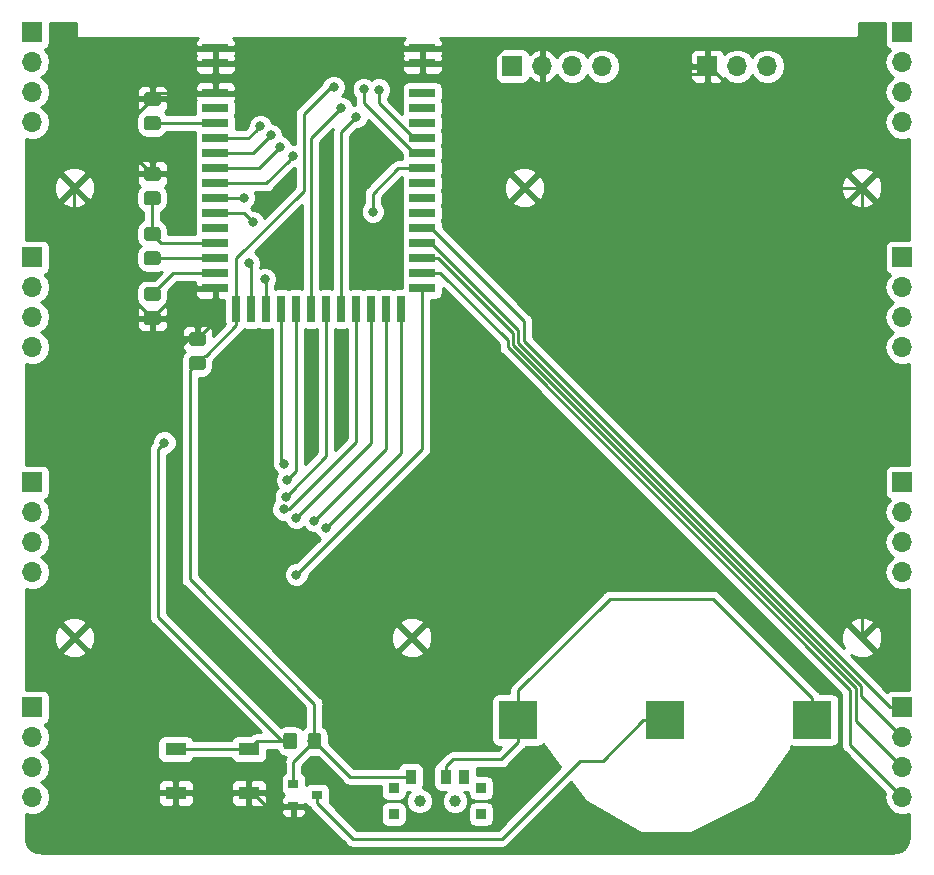
<source format=gbr>
G04 #@! TF.GenerationSoftware,KiCad,Pcbnew,(5.0.0)*
G04 #@! TF.CreationDate,2018-10-27T23:19:20-06:00*
G04 #@! TF.ProjectId,4x4_backpack,3478345F6261636B7061636B2E6B6963,rev?*
G04 #@! TF.SameCoordinates,Original*
G04 #@! TF.FileFunction,Copper,L1,Top,Signal*
G04 #@! TF.FilePolarity,Positive*
%FSLAX46Y46*%
G04 Gerber Fmt 4.6, Leading zero omitted, Abs format (unit mm)*
G04 Created by KiCad (PCBNEW (5.0.0)) date 10/27/18 23:19:20*
%MOMM*%
%LPD*%
G01*
G04 APERTURE LIST*
G04 #@! TA.AperFunction,ComponentPad*
%ADD10R,1.700000X1.700000*%
G04 #@! TD*
G04 #@! TA.AperFunction,ComponentPad*
%ADD11O,1.700000X1.700000*%
G04 #@! TD*
G04 #@! TA.AperFunction,Conductor*
%ADD12C,0.100000*%
G04 #@! TD*
G04 #@! TA.AperFunction,SMDPad,CuDef*
%ADD13C,1.150000*%
G04 #@! TD*
G04 #@! TA.AperFunction,SMDPad,CuDef*
%ADD14R,0.900000X0.800000*%
G04 #@! TD*
G04 #@! TA.AperFunction,SMDPad,CuDef*
%ADD15R,3.250000X3.250000*%
G04 #@! TD*
G04 #@! TA.AperFunction,WasherPad*
%ADD16C,1.000000*%
G04 #@! TD*
G04 #@! TA.AperFunction,SMDPad,CuDef*
%ADD17R,0.900000X1.250000*%
G04 #@! TD*
G04 #@! TA.AperFunction,SMDPad,CuDef*
%ADD18R,0.900000X0.900000*%
G04 #@! TD*
G04 #@! TA.AperFunction,SMDPad,CuDef*
%ADD19R,1.800000X1.100000*%
G04 #@! TD*
G04 #@! TA.AperFunction,SMDPad,CuDef*
%ADD20R,0.720000X2.200000*%
G04 #@! TD*
G04 #@! TA.AperFunction,SMDPad,CuDef*
%ADD21R,2.200000X0.720000*%
G04 #@! TD*
G04 #@! TA.AperFunction,ViaPad*
%ADD22C,0.800000*%
G04 #@! TD*
G04 #@! TA.AperFunction,Conductor*
%ADD23C,0.250000*%
G04 #@! TD*
G04 #@! TA.AperFunction,Conductor*
%ADD24C,0.254000*%
G04 #@! TD*
G04 APERTURE END LIST*
D10*
G04 #@! TO.P,J1,1*
G04 #@! TO.N,ROW1*
X77470000Y-82232500D03*
D11*
G04 #@! TO.P,J1,2*
G04 #@! TO.N,ROW2*
X77470000Y-84772500D03*
G04 #@! TO.P,J1,3*
G04 #@! TO.N,ROW3*
X77470000Y-87312500D03*
G04 #@! TO.P,J1,4*
G04 #@! TO.N,ROW4*
X77470000Y-89852500D03*
G04 #@! TD*
G04 #@! TO.P,J2,4*
G04 #@! TO.N,COL4*
X77470000Y-108902500D03*
G04 #@! TO.P,J2,3*
G04 #@! TO.N,COL3*
X77470000Y-106362500D03*
G04 #@! TO.P,J2,2*
G04 #@! TO.N,COL2*
X77470000Y-103822500D03*
D10*
G04 #@! TO.P,J2,1*
G04 #@! TO.N,COL1*
X77470000Y-101282500D03*
G04 #@! TD*
G04 #@! TO.P,J3,1*
G04 #@! TO.N,COL5*
X77470000Y-120332500D03*
D11*
G04 #@! TO.P,J3,2*
G04 #@! TO.N,COL6*
X77470000Y-122872500D03*
G04 #@! TO.P,J3,3*
G04 #@! TO.N,COL7*
X77470000Y-125412500D03*
G04 #@! TO.P,J3,4*
G04 #@! TO.N,COL8*
X77470000Y-127952500D03*
G04 #@! TD*
G04 #@! TO.P,J4,4*
G04 #@! TO.N,COL12*
X77470000Y-147002500D03*
G04 #@! TO.P,J4,3*
G04 #@! TO.N,COL11*
X77470000Y-144462500D03*
G04 #@! TO.P,J4,2*
G04 #@! TO.N,COL10*
X77470000Y-141922500D03*
D10*
G04 #@! TO.P,J4,1*
G04 #@! TO.N,COL9*
X77470000Y-139382500D03*
G04 #@! TD*
G04 #@! TO.P,J5,1*
G04 #@! TO.N,ROW1*
X151130000Y-82232500D03*
D11*
G04 #@! TO.P,J5,2*
G04 #@! TO.N,ROW2*
X151130000Y-84772500D03*
G04 #@! TO.P,J5,3*
G04 #@! TO.N,ROW3*
X151130000Y-87312500D03*
G04 #@! TO.P,J5,4*
G04 #@! TO.N,ROW4*
X151130000Y-89852500D03*
G04 #@! TD*
G04 #@! TO.P,J6,4*
G04 #@! TO.N,COL8*
X151130000Y-108902500D03*
G04 #@! TO.P,J6,3*
G04 #@! TO.N,COL7*
X151130000Y-106362500D03*
G04 #@! TO.P,J6,2*
G04 #@! TO.N,COL6*
X151130000Y-103822500D03*
D10*
G04 #@! TO.P,J6,1*
G04 #@! TO.N,COL5*
X151130000Y-101282500D03*
G04 #@! TD*
G04 #@! TO.P,J7,1*
G04 #@! TO.N,COL9*
X151130000Y-120332500D03*
D11*
G04 #@! TO.P,J7,2*
G04 #@! TO.N,COL10*
X151130000Y-122872500D03*
G04 #@! TO.P,J7,3*
G04 #@! TO.N,COL11*
X151130000Y-125412500D03*
G04 #@! TO.P,J7,4*
G04 #@! TO.N,COL12*
X151130000Y-127952500D03*
G04 #@! TD*
G04 #@! TO.P,J8,4*
G04 #@! TO.N,COL16*
X151130000Y-147002500D03*
G04 #@! TO.P,J8,3*
G04 #@! TO.N,COL15*
X151130000Y-144462500D03*
G04 #@! TO.P,J8,2*
G04 #@! TO.N,COL14*
X151130000Y-141922500D03*
D10*
G04 #@! TO.P,J8,1*
G04 #@! TO.N,COL13*
X151130000Y-139382500D03*
G04 #@! TD*
D12*
G04 #@! TO.N,GND*
G04 #@! TO.C,C1*
G36*
X88104505Y-93651204D02*
X88128773Y-93654804D01*
X88152572Y-93660765D01*
X88175671Y-93669030D01*
X88197850Y-93679520D01*
X88218893Y-93692132D01*
X88238599Y-93706747D01*
X88256777Y-93723223D01*
X88273253Y-93741401D01*
X88287868Y-93761107D01*
X88300480Y-93782150D01*
X88310970Y-93804329D01*
X88319235Y-93827428D01*
X88325196Y-93851227D01*
X88328796Y-93875495D01*
X88330000Y-93899999D01*
X88330000Y-94550001D01*
X88328796Y-94574505D01*
X88325196Y-94598773D01*
X88319235Y-94622572D01*
X88310970Y-94645671D01*
X88300480Y-94667850D01*
X88287868Y-94688893D01*
X88273253Y-94708599D01*
X88256777Y-94726777D01*
X88238599Y-94743253D01*
X88218893Y-94757868D01*
X88197850Y-94770480D01*
X88175671Y-94780970D01*
X88152572Y-94789235D01*
X88128773Y-94795196D01*
X88104505Y-94798796D01*
X88080001Y-94800000D01*
X87179999Y-94800000D01*
X87155495Y-94798796D01*
X87131227Y-94795196D01*
X87107428Y-94789235D01*
X87084329Y-94780970D01*
X87062150Y-94770480D01*
X87041107Y-94757868D01*
X87021401Y-94743253D01*
X87003223Y-94726777D01*
X86986747Y-94708599D01*
X86972132Y-94688893D01*
X86959520Y-94667850D01*
X86949030Y-94645671D01*
X86940765Y-94622572D01*
X86934804Y-94598773D01*
X86931204Y-94574505D01*
X86930000Y-94550001D01*
X86930000Y-93899999D01*
X86931204Y-93875495D01*
X86934804Y-93851227D01*
X86940765Y-93827428D01*
X86949030Y-93804329D01*
X86959520Y-93782150D01*
X86972132Y-93761107D01*
X86986747Y-93741401D01*
X87003223Y-93723223D01*
X87021401Y-93706747D01*
X87041107Y-93692132D01*
X87062150Y-93679520D01*
X87084329Y-93669030D01*
X87107428Y-93660765D01*
X87131227Y-93654804D01*
X87155495Y-93651204D01*
X87179999Y-93650000D01*
X88080001Y-93650000D01*
X88104505Y-93651204D01*
X88104505Y-93651204D01*
G37*
D13*
G04 #@! TD*
G04 #@! TO.P,C1,2*
G04 #@! TO.N,GND*
X87630000Y-94225000D03*
D12*
G04 #@! TO.N,Net-(C1-Pad1)*
G04 #@! TO.C,C1*
G36*
X88104505Y-95701204D02*
X88128773Y-95704804D01*
X88152572Y-95710765D01*
X88175671Y-95719030D01*
X88197850Y-95729520D01*
X88218893Y-95742132D01*
X88238599Y-95756747D01*
X88256777Y-95773223D01*
X88273253Y-95791401D01*
X88287868Y-95811107D01*
X88300480Y-95832150D01*
X88310970Y-95854329D01*
X88319235Y-95877428D01*
X88325196Y-95901227D01*
X88328796Y-95925495D01*
X88330000Y-95949999D01*
X88330000Y-96600001D01*
X88328796Y-96624505D01*
X88325196Y-96648773D01*
X88319235Y-96672572D01*
X88310970Y-96695671D01*
X88300480Y-96717850D01*
X88287868Y-96738893D01*
X88273253Y-96758599D01*
X88256777Y-96776777D01*
X88238599Y-96793253D01*
X88218893Y-96807868D01*
X88197850Y-96820480D01*
X88175671Y-96830970D01*
X88152572Y-96839235D01*
X88128773Y-96845196D01*
X88104505Y-96848796D01*
X88080001Y-96850000D01*
X87179999Y-96850000D01*
X87155495Y-96848796D01*
X87131227Y-96845196D01*
X87107428Y-96839235D01*
X87084329Y-96830970D01*
X87062150Y-96820480D01*
X87041107Y-96807868D01*
X87021401Y-96793253D01*
X87003223Y-96776777D01*
X86986747Y-96758599D01*
X86972132Y-96738893D01*
X86959520Y-96717850D01*
X86949030Y-96695671D01*
X86940765Y-96672572D01*
X86934804Y-96648773D01*
X86931204Y-96624505D01*
X86930000Y-96600001D01*
X86930000Y-95949999D01*
X86931204Y-95925495D01*
X86934804Y-95901227D01*
X86940765Y-95877428D01*
X86949030Y-95854329D01*
X86959520Y-95832150D01*
X86972132Y-95811107D01*
X86986747Y-95791401D01*
X87003223Y-95773223D01*
X87021401Y-95756747D01*
X87041107Y-95742132D01*
X87062150Y-95729520D01*
X87084329Y-95719030D01*
X87107428Y-95710765D01*
X87131227Y-95704804D01*
X87155495Y-95701204D01*
X87179999Y-95700000D01*
X88080001Y-95700000D01*
X88104505Y-95701204D01*
X88104505Y-95701204D01*
G37*
D13*
G04 #@! TD*
G04 #@! TO.P,C1,1*
G04 #@! TO.N,Net-(C1-Pad1)*
X87630000Y-96275000D03*
D12*
G04 #@! TO.N,Net-(C2-Pad1)*
G04 #@! TO.C,C2*
G36*
X88104505Y-103811204D02*
X88128773Y-103814804D01*
X88152572Y-103820765D01*
X88175671Y-103829030D01*
X88197850Y-103839520D01*
X88218893Y-103852132D01*
X88238599Y-103866747D01*
X88256777Y-103883223D01*
X88273253Y-103901401D01*
X88287868Y-103921107D01*
X88300480Y-103942150D01*
X88310970Y-103964329D01*
X88319235Y-103987428D01*
X88325196Y-104011227D01*
X88328796Y-104035495D01*
X88330000Y-104059999D01*
X88330000Y-104710001D01*
X88328796Y-104734505D01*
X88325196Y-104758773D01*
X88319235Y-104782572D01*
X88310970Y-104805671D01*
X88300480Y-104827850D01*
X88287868Y-104848893D01*
X88273253Y-104868599D01*
X88256777Y-104886777D01*
X88238599Y-104903253D01*
X88218893Y-104917868D01*
X88197850Y-104930480D01*
X88175671Y-104940970D01*
X88152572Y-104949235D01*
X88128773Y-104955196D01*
X88104505Y-104958796D01*
X88080001Y-104960000D01*
X87179999Y-104960000D01*
X87155495Y-104958796D01*
X87131227Y-104955196D01*
X87107428Y-104949235D01*
X87084329Y-104940970D01*
X87062150Y-104930480D01*
X87041107Y-104917868D01*
X87021401Y-104903253D01*
X87003223Y-104886777D01*
X86986747Y-104868599D01*
X86972132Y-104848893D01*
X86959520Y-104827850D01*
X86949030Y-104805671D01*
X86940765Y-104782572D01*
X86934804Y-104758773D01*
X86931204Y-104734505D01*
X86930000Y-104710001D01*
X86930000Y-104059999D01*
X86931204Y-104035495D01*
X86934804Y-104011227D01*
X86940765Y-103987428D01*
X86949030Y-103964329D01*
X86959520Y-103942150D01*
X86972132Y-103921107D01*
X86986747Y-103901401D01*
X87003223Y-103883223D01*
X87021401Y-103866747D01*
X87041107Y-103852132D01*
X87062150Y-103839520D01*
X87084329Y-103829030D01*
X87107428Y-103820765D01*
X87131227Y-103814804D01*
X87155495Y-103811204D01*
X87179999Y-103810000D01*
X88080001Y-103810000D01*
X88104505Y-103811204D01*
X88104505Y-103811204D01*
G37*
D13*
G04 #@! TD*
G04 #@! TO.P,C2,1*
G04 #@! TO.N,Net-(C2-Pad1)*
X87630000Y-104385000D03*
D12*
G04 #@! TO.N,GND*
G04 #@! TO.C,C2*
G36*
X88104505Y-105861204D02*
X88128773Y-105864804D01*
X88152572Y-105870765D01*
X88175671Y-105879030D01*
X88197850Y-105889520D01*
X88218893Y-105902132D01*
X88238599Y-105916747D01*
X88256777Y-105933223D01*
X88273253Y-105951401D01*
X88287868Y-105971107D01*
X88300480Y-105992150D01*
X88310970Y-106014329D01*
X88319235Y-106037428D01*
X88325196Y-106061227D01*
X88328796Y-106085495D01*
X88330000Y-106109999D01*
X88330000Y-106760001D01*
X88328796Y-106784505D01*
X88325196Y-106808773D01*
X88319235Y-106832572D01*
X88310970Y-106855671D01*
X88300480Y-106877850D01*
X88287868Y-106898893D01*
X88273253Y-106918599D01*
X88256777Y-106936777D01*
X88238599Y-106953253D01*
X88218893Y-106967868D01*
X88197850Y-106980480D01*
X88175671Y-106990970D01*
X88152572Y-106999235D01*
X88128773Y-107005196D01*
X88104505Y-107008796D01*
X88080001Y-107010000D01*
X87179999Y-107010000D01*
X87155495Y-107008796D01*
X87131227Y-107005196D01*
X87107428Y-106999235D01*
X87084329Y-106990970D01*
X87062150Y-106980480D01*
X87041107Y-106967868D01*
X87021401Y-106953253D01*
X87003223Y-106936777D01*
X86986747Y-106918599D01*
X86972132Y-106898893D01*
X86959520Y-106877850D01*
X86949030Y-106855671D01*
X86940765Y-106832572D01*
X86934804Y-106808773D01*
X86931204Y-106784505D01*
X86930000Y-106760001D01*
X86930000Y-106109999D01*
X86931204Y-106085495D01*
X86934804Y-106061227D01*
X86940765Y-106037428D01*
X86949030Y-106014329D01*
X86959520Y-105992150D01*
X86972132Y-105971107D01*
X86986747Y-105951401D01*
X87003223Y-105933223D01*
X87021401Y-105916747D01*
X87041107Y-105902132D01*
X87062150Y-105889520D01*
X87084329Y-105879030D01*
X87107428Y-105870765D01*
X87131227Y-105864804D01*
X87155495Y-105861204D01*
X87179999Y-105860000D01*
X88080001Y-105860000D01*
X88104505Y-105861204D01*
X88104505Y-105861204D01*
G37*
D13*
G04 #@! TD*
G04 #@! TO.P,C2,2*
G04 #@! TO.N,GND*
X87630000Y-106435000D03*
D12*
G04 #@! TO.N,VCC*
G04 #@! TO.C,C3*
G36*
X91914505Y-109671204D02*
X91938773Y-109674804D01*
X91962572Y-109680765D01*
X91985671Y-109689030D01*
X92007850Y-109699520D01*
X92028893Y-109712132D01*
X92048599Y-109726747D01*
X92066777Y-109743223D01*
X92083253Y-109761401D01*
X92097868Y-109781107D01*
X92110480Y-109802150D01*
X92120970Y-109824329D01*
X92129235Y-109847428D01*
X92135196Y-109871227D01*
X92138796Y-109895495D01*
X92140000Y-109919999D01*
X92140000Y-110570001D01*
X92138796Y-110594505D01*
X92135196Y-110618773D01*
X92129235Y-110642572D01*
X92120970Y-110665671D01*
X92110480Y-110687850D01*
X92097868Y-110708893D01*
X92083253Y-110728599D01*
X92066777Y-110746777D01*
X92048599Y-110763253D01*
X92028893Y-110777868D01*
X92007850Y-110790480D01*
X91985671Y-110800970D01*
X91962572Y-110809235D01*
X91938773Y-110815196D01*
X91914505Y-110818796D01*
X91890001Y-110820000D01*
X90989999Y-110820000D01*
X90965495Y-110818796D01*
X90941227Y-110815196D01*
X90917428Y-110809235D01*
X90894329Y-110800970D01*
X90872150Y-110790480D01*
X90851107Y-110777868D01*
X90831401Y-110763253D01*
X90813223Y-110746777D01*
X90796747Y-110728599D01*
X90782132Y-110708893D01*
X90769520Y-110687850D01*
X90759030Y-110665671D01*
X90750765Y-110642572D01*
X90744804Y-110618773D01*
X90741204Y-110594505D01*
X90740000Y-110570001D01*
X90740000Y-109919999D01*
X90741204Y-109895495D01*
X90744804Y-109871227D01*
X90750765Y-109847428D01*
X90759030Y-109824329D01*
X90769520Y-109802150D01*
X90782132Y-109781107D01*
X90796747Y-109761401D01*
X90813223Y-109743223D01*
X90831401Y-109726747D01*
X90851107Y-109712132D01*
X90872150Y-109699520D01*
X90894329Y-109689030D01*
X90917428Y-109680765D01*
X90941227Y-109674804D01*
X90965495Y-109671204D01*
X90989999Y-109670000D01*
X91890001Y-109670000D01*
X91914505Y-109671204D01*
X91914505Y-109671204D01*
G37*
D13*
G04 #@! TD*
G04 #@! TO.P,C3,1*
G04 #@! TO.N,VCC*
X91440000Y-110245000D03*
D12*
G04 #@! TO.N,GND*
G04 #@! TO.C,C3*
G36*
X91914505Y-107621204D02*
X91938773Y-107624804D01*
X91962572Y-107630765D01*
X91985671Y-107639030D01*
X92007850Y-107649520D01*
X92028893Y-107662132D01*
X92048599Y-107676747D01*
X92066777Y-107693223D01*
X92083253Y-107711401D01*
X92097868Y-107731107D01*
X92110480Y-107752150D01*
X92120970Y-107774329D01*
X92129235Y-107797428D01*
X92135196Y-107821227D01*
X92138796Y-107845495D01*
X92140000Y-107869999D01*
X92140000Y-108520001D01*
X92138796Y-108544505D01*
X92135196Y-108568773D01*
X92129235Y-108592572D01*
X92120970Y-108615671D01*
X92110480Y-108637850D01*
X92097868Y-108658893D01*
X92083253Y-108678599D01*
X92066777Y-108696777D01*
X92048599Y-108713253D01*
X92028893Y-108727868D01*
X92007850Y-108740480D01*
X91985671Y-108750970D01*
X91962572Y-108759235D01*
X91938773Y-108765196D01*
X91914505Y-108768796D01*
X91890001Y-108770000D01*
X90989999Y-108770000D01*
X90965495Y-108768796D01*
X90941227Y-108765196D01*
X90917428Y-108759235D01*
X90894329Y-108750970D01*
X90872150Y-108740480D01*
X90851107Y-108727868D01*
X90831401Y-108713253D01*
X90813223Y-108696777D01*
X90796747Y-108678599D01*
X90782132Y-108658893D01*
X90769520Y-108637850D01*
X90759030Y-108615671D01*
X90750765Y-108592572D01*
X90744804Y-108568773D01*
X90741204Y-108544505D01*
X90740000Y-108520001D01*
X90740000Y-107869999D01*
X90741204Y-107845495D01*
X90744804Y-107821227D01*
X90750765Y-107797428D01*
X90759030Y-107774329D01*
X90769520Y-107752150D01*
X90782132Y-107731107D01*
X90796747Y-107711401D01*
X90813223Y-107693223D01*
X90831401Y-107676747D01*
X90851107Y-107662132D01*
X90872150Y-107649520D01*
X90894329Y-107639030D01*
X90917428Y-107630765D01*
X90941227Y-107624804D01*
X90965495Y-107621204D01*
X90989999Y-107620000D01*
X91890001Y-107620000D01*
X91914505Y-107621204D01*
X91914505Y-107621204D01*
G37*
D13*
G04 #@! TD*
G04 #@! TO.P,C3,2*
G04 #@! TO.N,GND*
X91440000Y-108195000D03*
D12*
G04 #@! TO.N,GND*
G04 #@! TO.C,C4*
G36*
X88104505Y-87301204D02*
X88128773Y-87304804D01*
X88152572Y-87310765D01*
X88175671Y-87319030D01*
X88197850Y-87329520D01*
X88218893Y-87342132D01*
X88238599Y-87356747D01*
X88256777Y-87373223D01*
X88273253Y-87391401D01*
X88287868Y-87411107D01*
X88300480Y-87432150D01*
X88310970Y-87454329D01*
X88319235Y-87477428D01*
X88325196Y-87501227D01*
X88328796Y-87525495D01*
X88330000Y-87549999D01*
X88330000Y-88200001D01*
X88328796Y-88224505D01*
X88325196Y-88248773D01*
X88319235Y-88272572D01*
X88310970Y-88295671D01*
X88300480Y-88317850D01*
X88287868Y-88338893D01*
X88273253Y-88358599D01*
X88256777Y-88376777D01*
X88238599Y-88393253D01*
X88218893Y-88407868D01*
X88197850Y-88420480D01*
X88175671Y-88430970D01*
X88152572Y-88439235D01*
X88128773Y-88445196D01*
X88104505Y-88448796D01*
X88080001Y-88450000D01*
X87179999Y-88450000D01*
X87155495Y-88448796D01*
X87131227Y-88445196D01*
X87107428Y-88439235D01*
X87084329Y-88430970D01*
X87062150Y-88420480D01*
X87041107Y-88407868D01*
X87021401Y-88393253D01*
X87003223Y-88376777D01*
X86986747Y-88358599D01*
X86972132Y-88338893D01*
X86959520Y-88317850D01*
X86949030Y-88295671D01*
X86940765Y-88272572D01*
X86934804Y-88248773D01*
X86931204Y-88224505D01*
X86930000Y-88200001D01*
X86930000Y-87549999D01*
X86931204Y-87525495D01*
X86934804Y-87501227D01*
X86940765Y-87477428D01*
X86949030Y-87454329D01*
X86959520Y-87432150D01*
X86972132Y-87411107D01*
X86986747Y-87391401D01*
X87003223Y-87373223D01*
X87021401Y-87356747D01*
X87041107Y-87342132D01*
X87062150Y-87329520D01*
X87084329Y-87319030D01*
X87107428Y-87310765D01*
X87131227Y-87304804D01*
X87155495Y-87301204D01*
X87179999Y-87300000D01*
X88080001Y-87300000D01*
X88104505Y-87301204D01*
X88104505Y-87301204D01*
G37*
D13*
G04 #@! TD*
G04 #@! TO.P,C4,2*
G04 #@! TO.N,GND*
X87630000Y-87875000D03*
D12*
G04 #@! TO.N,Net-(C4-Pad1)*
G04 #@! TO.C,C4*
G36*
X88104505Y-89351204D02*
X88128773Y-89354804D01*
X88152572Y-89360765D01*
X88175671Y-89369030D01*
X88197850Y-89379520D01*
X88218893Y-89392132D01*
X88238599Y-89406747D01*
X88256777Y-89423223D01*
X88273253Y-89441401D01*
X88287868Y-89461107D01*
X88300480Y-89482150D01*
X88310970Y-89504329D01*
X88319235Y-89527428D01*
X88325196Y-89551227D01*
X88328796Y-89575495D01*
X88330000Y-89599999D01*
X88330000Y-90250001D01*
X88328796Y-90274505D01*
X88325196Y-90298773D01*
X88319235Y-90322572D01*
X88310970Y-90345671D01*
X88300480Y-90367850D01*
X88287868Y-90388893D01*
X88273253Y-90408599D01*
X88256777Y-90426777D01*
X88238599Y-90443253D01*
X88218893Y-90457868D01*
X88197850Y-90470480D01*
X88175671Y-90480970D01*
X88152572Y-90489235D01*
X88128773Y-90495196D01*
X88104505Y-90498796D01*
X88080001Y-90500000D01*
X87179999Y-90500000D01*
X87155495Y-90498796D01*
X87131227Y-90495196D01*
X87107428Y-90489235D01*
X87084329Y-90480970D01*
X87062150Y-90470480D01*
X87041107Y-90457868D01*
X87021401Y-90443253D01*
X87003223Y-90426777D01*
X86986747Y-90408599D01*
X86972132Y-90388893D01*
X86959520Y-90367850D01*
X86949030Y-90345671D01*
X86940765Y-90322572D01*
X86934804Y-90298773D01*
X86931204Y-90274505D01*
X86930000Y-90250001D01*
X86930000Y-89599999D01*
X86931204Y-89575495D01*
X86934804Y-89551227D01*
X86940765Y-89527428D01*
X86949030Y-89504329D01*
X86959520Y-89482150D01*
X86972132Y-89461107D01*
X86986747Y-89441401D01*
X87003223Y-89423223D01*
X87021401Y-89406747D01*
X87041107Y-89392132D01*
X87062150Y-89379520D01*
X87084329Y-89369030D01*
X87107428Y-89360765D01*
X87131227Y-89354804D01*
X87155495Y-89351204D01*
X87179999Y-89350000D01*
X88080001Y-89350000D01*
X88104505Y-89351204D01*
X88104505Y-89351204D01*
G37*
D13*
G04 #@! TD*
G04 #@! TO.P,C4,1*
G04 #@! TO.N,Net-(C4-Pad1)*
X87630000Y-89925000D03*
D12*
G04 #@! TO.N,Net-(C1-Pad1)*
G04 #@! TO.C,L1*
G36*
X88104505Y-98731204D02*
X88128773Y-98734804D01*
X88152572Y-98740765D01*
X88175671Y-98749030D01*
X88197850Y-98759520D01*
X88218893Y-98772132D01*
X88238599Y-98786747D01*
X88256777Y-98803223D01*
X88273253Y-98821401D01*
X88287868Y-98841107D01*
X88300480Y-98862150D01*
X88310970Y-98884329D01*
X88319235Y-98907428D01*
X88325196Y-98931227D01*
X88328796Y-98955495D01*
X88330000Y-98979999D01*
X88330000Y-99630001D01*
X88328796Y-99654505D01*
X88325196Y-99678773D01*
X88319235Y-99702572D01*
X88310970Y-99725671D01*
X88300480Y-99747850D01*
X88287868Y-99768893D01*
X88273253Y-99788599D01*
X88256777Y-99806777D01*
X88238599Y-99823253D01*
X88218893Y-99837868D01*
X88197850Y-99850480D01*
X88175671Y-99860970D01*
X88152572Y-99869235D01*
X88128773Y-99875196D01*
X88104505Y-99878796D01*
X88080001Y-99880000D01*
X87179999Y-99880000D01*
X87155495Y-99878796D01*
X87131227Y-99875196D01*
X87107428Y-99869235D01*
X87084329Y-99860970D01*
X87062150Y-99850480D01*
X87041107Y-99837868D01*
X87021401Y-99823253D01*
X87003223Y-99806777D01*
X86986747Y-99788599D01*
X86972132Y-99768893D01*
X86959520Y-99747850D01*
X86949030Y-99725671D01*
X86940765Y-99702572D01*
X86934804Y-99678773D01*
X86931204Y-99654505D01*
X86930000Y-99630001D01*
X86930000Y-98979999D01*
X86931204Y-98955495D01*
X86934804Y-98931227D01*
X86940765Y-98907428D01*
X86949030Y-98884329D01*
X86959520Y-98862150D01*
X86972132Y-98841107D01*
X86986747Y-98821401D01*
X87003223Y-98803223D01*
X87021401Y-98786747D01*
X87041107Y-98772132D01*
X87062150Y-98759520D01*
X87084329Y-98749030D01*
X87107428Y-98740765D01*
X87131227Y-98734804D01*
X87155495Y-98731204D01*
X87179999Y-98730000D01*
X88080001Y-98730000D01*
X88104505Y-98731204D01*
X88104505Y-98731204D01*
G37*
D13*
G04 #@! TD*
G04 #@! TO.P,L1,1*
G04 #@! TO.N,Net-(C1-Pad1)*
X87630000Y-99305000D03*
D12*
G04 #@! TO.N,Net-(L1-Pad2)*
G04 #@! TO.C,L1*
G36*
X88104505Y-100781204D02*
X88128773Y-100784804D01*
X88152572Y-100790765D01*
X88175671Y-100799030D01*
X88197850Y-100809520D01*
X88218893Y-100822132D01*
X88238599Y-100836747D01*
X88256777Y-100853223D01*
X88273253Y-100871401D01*
X88287868Y-100891107D01*
X88300480Y-100912150D01*
X88310970Y-100934329D01*
X88319235Y-100957428D01*
X88325196Y-100981227D01*
X88328796Y-101005495D01*
X88330000Y-101029999D01*
X88330000Y-101680001D01*
X88328796Y-101704505D01*
X88325196Y-101728773D01*
X88319235Y-101752572D01*
X88310970Y-101775671D01*
X88300480Y-101797850D01*
X88287868Y-101818893D01*
X88273253Y-101838599D01*
X88256777Y-101856777D01*
X88238599Y-101873253D01*
X88218893Y-101887868D01*
X88197850Y-101900480D01*
X88175671Y-101910970D01*
X88152572Y-101919235D01*
X88128773Y-101925196D01*
X88104505Y-101928796D01*
X88080001Y-101930000D01*
X87179999Y-101930000D01*
X87155495Y-101928796D01*
X87131227Y-101925196D01*
X87107428Y-101919235D01*
X87084329Y-101910970D01*
X87062150Y-101900480D01*
X87041107Y-101887868D01*
X87021401Y-101873253D01*
X87003223Y-101856777D01*
X86986747Y-101838599D01*
X86972132Y-101818893D01*
X86959520Y-101797850D01*
X86949030Y-101775671D01*
X86940765Y-101752572D01*
X86934804Y-101728773D01*
X86931204Y-101704505D01*
X86930000Y-101680001D01*
X86930000Y-101029999D01*
X86931204Y-101005495D01*
X86934804Y-100981227D01*
X86940765Y-100957428D01*
X86949030Y-100934329D01*
X86959520Y-100912150D01*
X86972132Y-100891107D01*
X86986747Y-100871401D01*
X87003223Y-100853223D01*
X87021401Y-100836747D01*
X87041107Y-100822132D01*
X87062150Y-100809520D01*
X87084329Y-100799030D01*
X87107428Y-100790765D01*
X87131227Y-100784804D01*
X87155495Y-100781204D01*
X87179999Y-100780000D01*
X88080001Y-100780000D01*
X88104505Y-100781204D01*
X88104505Y-100781204D01*
G37*
D13*
G04 #@! TD*
G04 #@! TO.P,L1,2*
G04 #@! TO.N,Net-(L1-Pad2)*
X87630000Y-101355000D03*
D14*
G04 #@! TO.P,Q1,1*
G04 #@! TO.N,VCC*
X99584000Y-145862000D03*
G04 #@! TO.P,Q1,2*
G04 #@! TO.N,GND*
X99584000Y-147762000D03*
G04 #@! TO.P,Q1,3*
G04 #@! TO.N,Net-(E1-Pad2)*
X101584000Y-146812000D03*
G04 #@! TD*
D12*
G04 #@! TO.N,RESET*
G04 #@! TO.C,R1*
G36*
X99654505Y-141541204D02*
X99678773Y-141544804D01*
X99702572Y-141550765D01*
X99725671Y-141559030D01*
X99747850Y-141569520D01*
X99768893Y-141582132D01*
X99788599Y-141596747D01*
X99806777Y-141613223D01*
X99823253Y-141631401D01*
X99837868Y-141651107D01*
X99850480Y-141672150D01*
X99860970Y-141694329D01*
X99869235Y-141717428D01*
X99875196Y-141741227D01*
X99878796Y-141765495D01*
X99880000Y-141789999D01*
X99880000Y-142690001D01*
X99878796Y-142714505D01*
X99875196Y-142738773D01*
X99869235Y-142762572D01*
X99860970Y-142785671D01*
X99850480Y-142807850D01*
X99837868Y-142828893D01*
X99823253Y-142848599D01*
X99806777Y-142866777D01*
X99788599Y-142883253D01*
X99768893Y-142897868D01*
X99747850Y-142910480D01*
X99725671Y-142920970D01*
X99702572Y-142929235D01*
X99678773Y-142935196D01*
X99654505Y-142938796D01*
X99630001Y-142940000D01*
X98979999Y-142940000D01*
X98955495Y-142938796D01*
X98931227Y-142935196D01*
X98907428Y-142929235D01*
X98884329Y-142920970D01*
X98862150Y-142910480D01*
X98841107Y-142897868D01*
X98821401Y-142883253D01*
X98803223Y-142866777D01*
X98786747Y-142848599D01*
X98772132Y-142828893D01*
X98759520Y-142807850D01*
X98749030Y-142785671D01*
X98740765Y-142762572D01*
X98734804Y-142738773D01*
X98731204Y-142714505D01*
X98730000Y-142690001D01*
X98730000Y-141789999D01*
X98731204Y-141765495D01*
X98734804Y-141741227D01*
X98740765Y-141717428D01*
X98749030Y-141694329D01*
X98759520Y-141672150D01*
X98772132Y-141651107D01*
X98786747Y-141631401D01*
X98803223Y-141613223D01*
X98821401Y-141596747D01*
X98841107Y-141582132D01*
X98862150Y-141569520D01*
X98884329Y-141559030D01*
X98907428Y-141550765D01*
X98931227Y-141544804D01*
X98955495Y-141541204D01*
X98979999Y-141540000D01*
X99630001Y-141540000D01*
X99654505Y-141541204D01*
X99654505Y-141541204D01*
G37*
D13*
G04 #@! TD*
G04 #@! TO.P,R1,2*
G04 #@! TO.N,RESET*
X99305000Y-142240000D03*
D12*
G04 #@! TO.N,VCC*
G04 #@! TO.C,R1*
G36*
X101704505Y-141541204D02*
X101728773Y-141544804D01*
X101752572Y-141550765D01*
X101775671Y-141559030D01*
X101797850Y-141569520D01*
X101818893Y-141582132D01*
X101838599Y-141596747D01*
X101856777Y-141613223D01*
X101873253Y-141631401D01*
X101887868Y-141651107D01*
X101900480Y-141672150D01*
X101910970Y-141694329D01*
X101919235Y-141717428D01*
X101925196Y-141741227D01*
X101928796Y-141765495D01*
X101930000Y-141789999D01*
X101930000Y-142690001D01*
X101928796Y-142714505D01*
X101925196Y-142738773D01*
X101919235Y-142762572D01*
X101910970Y-142785671D01*
X101900480Y-142807850D01*
X101887868Y-142828893D01*
X101873253Y-142848599D01*
X101856777Y-142866777D01*
X101838599Y-142883253D01*
X101818893Y-142897868D01*
X101797850Y-142910480D01*
X101775671Y-142920970D01*
X101752572Y-142929235D01*
X101728773Y-142935196D01*
X101704505Y-142938796D01*
X101680001Y-142940000D01*
X101029999Y-142940000D01*
X101005495Y-142938796D01*
X100981227Y-142935196D01*
X100957428Y-142929235D01*
X100934329Y-142920970D01*
X100912150Y-142910480D01*
X100891107Y-142897868D01*
X100871401Y-142883253D01*
X100853223Y-142866777D01*
X100836747Y-142848599D01*
X100822132Y-142828893D01*
X100809520Y-142807850D01*
X100799030Y-142785671D01*
X100790765Y-142762572D01*
X100784804Y-142738773D01*
X100781204Y-142714505D01*
X100780000Y-142690001D01*
X100780000Y-141789999D01*
X100781204Y-141765495D01*
X100784804Y-141741227D01*
X100790765Y-141717428D01*
X100799030Y-141694329D01*
X100809520Y-141672150D01*
X100822132Y-141651107D01*
X100836747Y-141631401D01*
X100853223Y-141613223D01*
X100871401Y-141596747D01*
X100891107Y-141582132D01*
X100912150Y-141569520D01*
X100934329Y-141559030D01*
X100957428Y-141550765D01*
X100981227Y-141544804D01*
X101005495Y-141541204D01*
X101029999Y-141540000D01*
X101680001Y-141540000D01*
X101704505Y-141541204D01*
X101704505Y-141541204D01*
G37*
D13*
G04 #@! TD*
G04 #@! TO.P,R1,1*
G04 #@! TO.N,VCC*
X101355000Y-142240000D03*
D15*
G04 #@! TO.P,E1,1*
G04 #@! TO.N,Net-(E1-Pad1)*
X143510000Y-140462000D03*
X118618000Y-140462000D03*
G04 #@! TO.P,E1,2*
G04 #@! TO.N,Net-(E1-Pad2)*
X131064000Y-140462000D03*
G04 #@! TD*
D10*
G04 #@! TO.P,J9,1*
G04 #@! TO.N,VCC*
X118110000Y-85090000D03*
D11*
G04 #@! TO.P,J9,2*
G04 #@! TO.N,GND*
X120650000Y-85090000D03*
G04 #@! TO.P,J9,3*
G04 #@! TO.N,SWDCLK*
X123190000Y-85090000D03*
G04 #@! TO.P,J9,4*
G04 #@! TO.N,SWDIO*
X125730000Y-85090000D03*
G04 #@! TD*
D10*
G04 #@! TO.P,J10,1*
G04 #@! TO.N,GND*
X134620000Y-85090000D03*
D11*
G04 #@! TO.P,J10,2*
G04 #@! TO.N,TXD*
X137160000Y-85090000D03*
G04 #@! TO.P,J10,3*
G04 #@! TO.N,RXD*
X139700000Y-85090000D03*
G04 #@! TD*
D16*
G04 #@! TO.P,SW1,*
G04 #@! TO.N,*
X110260000Y-147320000D03*
X113260000Y-147320000D03*
D17*
G04 #@! TO.P,SW1,2*
G04 #@! TO.N,Net-(E1-Pad1)*
X112510000Y-145245000D03*
G04 #@! TO.P,SW1,3*
G04 #@! TO.N,N/C*
X114010000Y-145245000D03*
G04 #@! TO.P,SW1,1*
G04 #@! TO.N,VCC*
X109510000Y-145245000D03*
D18*
G04 #@! TO.P,SW1,0*
G04 #@! TO.N,N/C*
X108060000Y-148420000D03*
X108060000Y-146220000D03*
X115460000Y-146220000D03*
X115460000Y-148420000D03*
G04 #@! TD*
D19*
G04 #@! TO.P,SW2,1*
G04 #@! TO.N,GND*
X95810000Y-146630000D03*
X89610000Y-146630000D03*
G04 #@! TO.P,SW2,2*
G04 #@! TO.N,RESET*
X95810000Y-142930000D03*
X89610000Y-142930000D03*
G04 #@! TD*
D20*
G04 #@! TO.P,U1,27*
G04 #@! TO.N,COL11*
X108712000Y-105664000D03*
G04 #@! TO.P,U1,26*
G04 #@! TO.N,COL10*
X107442000Y-105664000D03*
G04 #@! TO.P,U1,25*
G04 #@! TO.N,COL9*
X106172000Y-105664000D03*
G04 #@! TO.P,U1,24*
G04 #@! TO.N,COL8*
X104902000Y-105664000D03*
G04 #@! TO.P,U1,23*
G04 #@! TO.N,RXD*
X103632000Y-105664000D03*
G04 #@! TO.P,U1,22*
G04 #@! TO.N,COL7*
X102362000Y-105664000D03*
G04 #@! TO.P,U1,21*
G04 #@! TO.N,TXD*
X101092000Y-105664000D03*
G04 #@! TO.P,U1,20*
G04 #@! TO.N,COL6*
X99822000Y-105664000D03*
G04 #@! TO.P,U1,19*
G04 #@! TO.N,COL5*
X98552000Y-105664000D03*
G04 #@! TO.P,U1,18*
G04 #@! TO.N,COL4*
X97282000Y-105664000D03*
G04 #@! TO.P,U1,17*
G04 #@! TO.N,COL3*
X96012000Y-105664000D03*
G04 #@! TO.P,U1,16*
G04 #@! TO.N,VCC*
X94742000Y-105664000D03*
D21*
G04 #@! TO.P,U1,28*
G04 #@! TO.N,COL12*
X110490000Y-103886000D03*
G04 #@! TO.P,U1,29*
G04 #@! TO.N,COL16*
X110490000Y-102616000D03*
G04 #@! TO.P,U1,30*
G04 #@! TO.N,COL15*
X110490000Y-101346000D03*
G04 #@! TO.P,U1,31*
G04 #@! TO.N,COL14*
X110490000Y-100076000D03*
G04 #@! TO.P,U1,32*
G04 #@! TO.N,COL13*
X110490000Y-98806000D03*
G04 #@! TO.P,U1,33*
G04 #@! TO.N,N/C*
X110490000Y-97536000D03*
G04 #@! TO.P,U1,34*
X110490000Y-96266000D03*
G04 #@! TO.P,U1,35*
X110490000Y-94996000D03*
G04 #@! TO.P,U1,36*
G04 #@! TO.N,RESET*
X110490000Y-93726000D03*
G04 #@! TO.P,U1,37*
G04 #@! TO.N,SWDCLK*
X110490000Y-92456000D03*
G04 #@! TO.P,U1,38*
G04 #@! TO.N,SWDIO*
X110490000Y-91186000D03*
G04 #@! TO.P,U1,39*
G04 #@! TO.N,N/C*
X110490000Y-89916000D03*
G04 #@! TO.P,U1,40*
X110490000Y-88646000D03*
G04 #@! TO.P,U1,41*
X110490000Y-87376000D03*
G04 #@! TO.P,U1,42*
G04 #@! TO.N,GND*
X110490000Y-84836000D03*
G04 #@! TO.P,U1,43*
X110490000Y-83566000D03*
G04 #@! TO.P,U1,0*
X92964000Y-83566000D03*
G04 #@! TO.P,U1,1*
X92964000Y-84836000D03*
G04 #@! TO.P,U1,2*
X92964000Y-87376000D03*
G04 #@! TO.P,U1,3*
G04 #@! TO.N,N/C*
X92964000Y-88646000D03*
G04 #@! TO.P,U1,4*
G04 #@! TO.N,Net-(C4-Pad1)*
X92964000Y-89916000D03*
G04 #@! TO.P,U1,5*
G04 #@! TO.N,ROW1*
X92964000Y-91186000D03*
G04 #@! TO.P,U1,6*
G04 #@! TO.N,ROW2*
X92964000Y-92456000D03*
G04 #@! TO.P,U1,7*
G04 #@! TO.N,ROW3*
X92964000Y-93726000D03*
G04 #@! TO.P,U1,8*
G04 #@! TO.N,ROW4*
X92964000Y-94996000D03*
G04 #@! TO.P,U1,9*
G04 #@! TO.N,COL1*
X92964000Y-96266000D03*
G04 #@! TO.P,U1,10*
G04 #@! TO.N,COL2*
X92964000Y-97536000D03*
G04 #@! TO.P,U1,11*
G04 #@! TO.N,N/C*
X92964000Y-98806000D03*
G04 #@! TO.P,U1,12*
G04 #@! TO.N,Net-(C1-Pad1)*
X92964000Y-100076000D03*
G04 #@! TO.P,U1,13*
G04 #@! TO.N,Net-(L1-Pad2)*
X92964000Y-101346000D03*
G04 #@! TO.P,U1,14*
G04 #@! TO.N,Net-(C2-Pad1)*
X92964000Y-102616000D03*
G04 #@! TO.P,U1,15*
G04 #@! TO.N,GND*
X92964000Y-103886000D03*
G04 #@! TD*
D22*
G04 #@! TO.N,ROW1*
X96774000Y-90170000D03*
G04 #@! TO.N,ROW2*
X97663000Y-90932000D03*
G04 #@! TO.N,ROW3*
X98425000Y-91947994D03*
G04 #@! TO.N,ROW4*
X99568000Y-92710000D03*
G04 #@! TO.N,COL4*
X97155000Y-103124000D03*
G04 #@! TO.N,COL3*
X95810480Y-101763990D03*
G04 #@! TO.N,COL2*
X96139000Y-98298000D03*
G04 #@! TO.N,COL1*
X95377000Y-96266000D03*
G04 #@! TO.N,COL5*
X98806000Y-118745000D03*
G04 #@! TO.N,COL6*
X99060000Y-120142002D03*
G04 #@! TO.N,COL7*
X98933000Y-121539000D03*
G04 #@! TO.N,COL8*
X98747307Y-122621133D03*
G04 #@! TO.N,COL12*
X99822001Y-128143001D03*
G04 #@! TO.N,COL11*
X102361998Y-124206000D03*
G04 #@! TO.N,COL10*
X101345998Y-123571000D03*
G04 #@! TO.N,COL9*
X99822000Y-123316992D03*
G04 #@! TO.N,GND*
X99517200Y-99745800D03*
X102387400Y-97993200D03*
X104698800Y-96189800D03*
X107721400Y-102362000D03*
X97713800Y-85623400D03*
X87172800Y-85369400D03*
X141935200Y-86487000D03*
X146227800Y-117627400D03*
X128295400Y-126288800D03*
X84505800Y-121767600D03*
X84378800Y-124129800D03*
X84556600Y-126847600D03*
X141655800Y-111404400D03*
X101193600Y-112649000D03*
X103657400Y-112623600D03*
X97942400Y-96189800D03*
X114503200Y-84995001D03*
X146253200Y-87858600D03*
X147675600Y-89484200D03*
X148894800Y-90982800D03*
X82270600Y-87401400D03*
X81686400Y-90347800D03*
X80060800Y-91135200D03*
X80492600Y-102387400D03*
X79502000Y-104927400D03*
X87452200Y-137388600D03*
X80289400Y-140563600D03*
X80162400Y-145669000D03*
X143738600Y-121564400D03*
X125730000Y-88809990D03*
G04 #@! TO.N,VCC*
X102997000Y-86868000D03*
G04 #@! TO.N,RESET*
X88646000Y-116967000D03*
X106299000Y-97409000D03*
G04 #@! TO.N,SWDCLK*
X105537000Y-87031990D03*
G04 #@! TO.N,SWDIO*
X106807000Y-87085010D03*
G04 #@! TO.N,TXD*
X103632000Y-88646000D03*
G04 #@! TO.N,RXD*
X104902000Y-89408000D03*
G04 #@! TD*
D23*
G04 #@! TO.N,ROW1*
X95758000Y-91186000D02*
X96374001Y-90569999D01*
X92964000Y-91186000D02*
X95758000Y-91186000D01*
X96374001Y-90569999D02*
X96774000Y-90170000D01*
G04 #@! TO.N,ROW2*
X96139000Y-92456000D02*
X97263001Y-91331999D01*
X97263001Y-91331999D02*
X97663000Y-90932000D01*
X92964000Y-92456000D02*
X96139000Y-92456000D01*
G04 #@! TO.N,ROW3*
X96646994Y-93726000D02*
X98025001Y-92347993D01*
X98025001Y-92347993D02*
X98425000Y-91947994D01*
X92964000Y-93726000D02*
X96646994Y-93726000D01*
G04 #@! TO.N,ROW4*
X92964000Y-94996000D02*
X97282000Y-94996000D01*
X97282000Y-94996000D02*
X99168001Y-93109999D01*
X99168001Y-93109999D02*
X99568000Y-92710000D01*
G04 #@! TO.N,COL4*
X97282000Y-105664000D02*
X97282000Y-103251000D01*
X97282000Y-103251000D02*
X97155000Y-103124000D01*
G04 #@! TO.N,COL3*
X96012000Y-101965510D02*
X95810480Y-101763990D01*
X96012000Y-105664000D02*
X96012000Y-101965510D01*
G04 #@! TO.N,COL2*
X92964000Y-97536000D02*
X95377000Y-97536000D01*
X95377000Y-97536000D02*
X96139000Y-98298000D01*
G04 #@! TO.N,COL1*
X92964000Y-96266000D02*
X95377000Y-96266000D01*
G04 #@! TO.N,COL5*
X98552000Y-105664000D02*
X98552000Y-118491000D01*
X98552000Y-118491000D02*
X98806000Y-118745000D01*
G04 #@! TO.N,COL6*
X99459999Y-119742003D02*
X99060000Y-120142002D01*
X99822000Y-105664000D02*
X99822000Y-119380002D01*
X99822000Y-119380002D02*
X99459999Y-119742003D01*
G04 #@! TO.N,COL7*
X102362000Y-105664000D02*
X102362000Y-118110000D01*
X99332999Y-121139001D02*
X98933000Y-121539000D01*
X102362000Y-118110000D02*
X99332999Y-121139001D01*
G04 #@! TO.N,COL8*
X104902000Y-116909998D02*
X99190865Y-122621133D01*
X104902000Y-105664000D02*
X104902000Y-116909998D01*
X99190865Y-122621133D02*
X98747307Y-122621133D01*
G04 #@! TO.N,COL12*
X110490000Y-103886000D02*
X110490000Y-117475002D01*
X100222000Y-127743002D02*
X99822001Y-128143001D01*
X110490000Y-117475002D02*
X100222000Y-127743002D01*
G04 #@! TO.N,COL11*
X108712000Y-105664000D02*
X108712000Y-117855998D01*
X102761997Y-123806001D02*
X102361998Y-124206000D01*
X108712000Y-117855998D02*
X102761997Y-123806001D01*
G04 #@! TO.N,COL10*
X101745997Y-123171001D02*
X101345998Y-123571000D01*
X107442000Y-117474998D02*
X101745997Y-123171001D01*
X107442000Y-105664000D02*
X107442000Y-117474998D01*
G04 #@! TO.N,COL9*
X106172000Y-116966992D02*
X100221999Y-122916993D01*
X100221999Y-122916993D02*
X99822000Y-123316992D01*
X106172000Y-105664000D02*
X106172000Y-116966992D01*
G04 #@! TO.N,COL16*
X117717978Y-108324211D02*
X112009767Y-102616000D01*
X112009767Y-102616000D02*
X111840000Y-102616000D01*
X117717978Y-108904178D02*
X117717978Y-108324211D01*
X146723808Y-137910008D02*
X117717978Y-108904178D01*
X146723808Y-142596308D02*
X146723808Y-137910008D01*
X151130000Y-147002500D02*
X146723808Y-142596308D01*
X111840000Y-102616000D02*
X110490000Y-102616000D01*
G04 #@! TO.N,COL15*
X147173819Y-140506319D02*
X150280001Y-143612501D01*
X147173819Y-137723608D02*
X147173819Y-140506319D01*
X150280001Y-143612501D02*
X151130000Y-144462500D01*
X118167989Y-107673989D02*
X118167989Y-108717779D01*
X111840000Y-101346000D02*
X118167989Y-107673989D01*
X110490000Y-101346000D02*
X111840000Y-101346000D01*
X118167989Y-108717779D02*
X147173819Y-137723608D01*
G04 #@! TO.N,COL14*
X150280001Y-141072501D02*
X151130000Y-141922500D01*
X111230000Y-100076000D02*
X118618000Y-107464000D01*
X118618000Y-108531379D02*
X147623830Y-137537208D01*
X147623830Y-137537208D02*
X147623830Y-138416330D01*
X147623830Y-138416330D02*
X150280001Y-141072501D01*
X110490000Y-100076000D02*
X111230000Y-100076000D01*
X118618000Y-107464000D02*
X118618000Y-108531379D01*
G04 #@! TO.N,COL13*
X150105532Y-139382500D02*
X151130000Y-139382500D01*
X119068011Y-108344979D02*
X150105532Y-139382500D01*
X110490000Y-98806000D02*
X111230000Y-98806000D01*
X111230000Y-98806000D02*
X119068011Y-106644011D01*
X119068011Y-106644011D02*
X119068011Y-108344979D01*
G04 #@! TO.N,GND*
X92964000Y-83566000D02*
X92964000Y-84836000D01*
X92964000Y-85446000D02*
X92964000Y-87376000D01*
X92964000Y-84836000D02*
X92964000Y-85446000D01*
X88129000Y-87376000D02*
X87630000Y-87875000D01*
X92964000Y-87376000D02*
X88129000Y-87376000D01*
X87630000Y-94225000D02*
X84083000Y-90678000D01*
X84827000Y-90678000D02*
X87630000Y-87875000D01*
X84083000Y-90678000D02*
X84827000Y-90678000D01*
X84083000Y-92320000D02*
X81026000Y-95377000D01*
X84083000Y-90678000D02*
X84083000Y-92320000D01*
X90179000Y-103886000D02*
X87630000Y-106435000D01*
X92964000Y-103886000D02*
X90179000Y-103886000D01*
X92964000Y-106671000D02*
X91440000Y-108195000D01*
X92964000Y-103886000D02*
X92964000Y-106671000D01*
X81026000Y-99831000D02*
X81026000Y-95377000D01*
X87630000Y-106435000D02*
X81026000Y-99831000D01*
X92964000Y-83566000D02*
X110490000Y-83566000D01*
X110490000Y-83566000D02*
X110490000Y-84836000D01*
X111840000Y-84836000D02*
X110490000Y-84836000D01*
X111999001Y-84995001D02*
X111840000Y-84836000D01*
X89610000Y-145830000D02*
X89610000Y-146630000D01*
X79926001Y-136146001D02*
X89610000Y-145830000D01*
X79926001Y-134576999D02*
X79926001Y-136146001D01*
X81026000Y-133477000D02*
X79926001Y-134576999D01*
X90760000Y-146630000D02*
X95810000Y-146630000D01*
X89610000Y-146630000D02*
X90760000Y-146630000D01*
X97292000Y-147762000D02*
X99584000Y-147762000D01*
X95810000Y-146630000D02*
X96160000Y-146630000D01*
X96160000Y-146630000D02*
X97292000Y-147762000D01*
X90640000Y-108195000D02*
X82677000Y-116158000D01*
X91440000Y-108195000D02*
X90640000Y-108195000D01*
X82677000Y-131826000D02*
X81026000Y-133477000D01*
X82677000Y-116158000D02*
X82677000Y-131826000D01*
X147701000Y-95377000D02*
X147701000Y-133477000D01*
X114503200Y-84995001D02*
X111999001Y-84995001D01*
X128778000Y-85725000D02*
X119126000Y-95377000D01*
X133985000Y-85725000D02*
X128778000Y-85725000D01*
X134620000Y-85090000D02*
X133985000Y-85725000D01*
X134790000Y-85090000D02*
X134620000Y-85090000D01*
X147701000Y-95377000D02*
X145077000Y-95377000D01*
X145077000Y-95377000D02*
X134790000Y-85090000D01*
X120650000Y-85090000D02*
X120650000Y-83185000D01*
X132439998Y-85090000D02*
X134620000Y-85090000D01*
X132344999Y-84995001D02*
X132439998Y-85090000D01*
X127000000Y-83185000D02*
X128810001Y-84995001D01*
X124460000Y-83209000D02*
X124460000Y-83185000D01*
X124436000Y-83185000D02*
X124460000Y-83209000D01*
X124460000Y-83185000D02*
X127000000Y-83185000D01*
X115919997Y-84995001D02*
X117729998Y-83185000D01*
X128810001Y-84995001D02*
X132344999Y-84995001D01*
X114503200Y-84995001D02*
X115919997Y-84995001D01*
X117729998Y-83185000D02*
X121920000Y-83185000D01*
X121920000Y-83185000D02*
X121920000Y-83209000D01*
X121920000Y-83209000D02*
X121944000Y-83185000D01*
X121944000Y-83185000D02*
X124436000Y-83185000D01*
G04 #@! TO.N,Net-(C1-Pad1)*
X87630000Y-96950000D02*
X87630000Y-99305000D01*
X87630000Y-96275000D02*
X87630000Y-96950000D01*
X88401000Y-100076000D02*
X87630000Y-99305000D01*
X92964000Y-100076000D02*
X88401000Y-100076000D01*
G04 #@! TO.N,Net-(C2-Pad1)*
X89399000Y-102616000D02*
X87630000Y-104385000D01*
X92964000Y-102616000D02*
X89399000Y-102616000D01*
G04 #@! TO.N,VCC*
X94742000Y-107014000D02*
X94742000Y-105664000D01*
X92134372Y-109621628D02*
X94742000Y-107014000D01*
X92063372Y-109621628D02*
X92134372Y-109621628D01*
X91440000Y-110245000D02*
X92063372Y-109621628D01*
X94742000Y-105664000D02*
X94742000Y-101346000D01*
X94742000Y-101346000D02*
X100457000Y-95631000D01*
X100457000Y-95631000D02*
X100457000Y-89154000D01*
X100457000Y-89154000D02*
X102743000Y-86868000D01*
X102743000Y-86868000D02*
X102997000Y-86868000D01*
X104360000Y-145245000D02*
X101355000Y-142240000D01*
X109510000Y-145245000D02*
X104360000Y-145245000D01*
X99584000Y-144011000D02*
X101355000Y-142240000D01*
X99584000Y-145862000D02*
X99584000Y-144011000D01*
X90816628Y-110868372D02*
X90816628Y-128535628D01*
X91440000Y-110245000D02*
X90816628Y-110868372D01*
X101355000Y-139074000D02*
X101355000Y-142240000D01*
X90816628Y-128535628D02*
X101355000Y-139074000D01*
G04 #@! TO.N,Net-(C4-Pad1)*
X87639000Y-89916000D02*
X87630000Y-89925000D01*
X92964000Y-89916000D02*
X87639000Y-89916000D01*
G04 #@! TO.N,Net-(L1-Pad2)*
X87639000Y-101346000D02*
X87630000Y-101355000D01*
X92964000Y-101346000D02*
X87639000Y-101346000D01*
G04 #@! TO.N,Net-(E1-Pad2)*
X129189000Y-140462000D02*
X125760000Y-143891000D01*
X131064000Y-140462000D02*
X129189000Y-140462000D01*
X101584000Y-147462000D02*
X104617000Y-150495000D01*
X101584000Y-146812000D02*
X101584000Y-147462000D01*
X104617000Y-150495000D02*
X117221000Y-150495000D01*
X123825000Y-143891000D02*
X125760000Y-143891000D01*
X117221000Y-150495000D02*
X123825000Y-143891000D01*
G04 #@! TO.N,RESET*
X96500000Y-142240000D02*
X95810000Y-142930000D01*
X99305000Y-142240000D02*
X96500000Y-142240000D01*
X95810000Y-142930000D02*
X90606000Y-142930000D01*
X90606000Y-142930000D02*
X89610000Y-142930000D01*
X98630000Y-142240000D02*
X88138000Y-131748000D01*
X99305000Y-142240000D02*
X98630000Y-142240000D01*
X88138000Y-131748000D02*
X88138000Y-117475000D01*
X88138000Y-117475000D02*
X88646000Y-116967000D01*
X106299000Y-97409000D02*
X106299000Y-95885000D01*
X108458000Y-93726000D02*
X110490000Y-93726000D01*
X106299000Y-95885000D02*
X108458000Y-93726000D01*
G04 #@! TO.N,Net-(E1-Pad1)*
X118618000Y-142337000D02*
X118618000Y-140462000D01*
X117191000Y-143764000D02*
X118618000Y-142337000D01*
X113116000Y-143764000D02*
X117191000Y-143764000D01*
X112510000Y-144370000D02*
X113116000Y-143764000D01*
X112510000Y-145245000D02*
X112510000Y-144370000D01*
X118618000Y-137922000D02*
X118618000Y-140462000D01*
X126365000Y-130175000D02*
X118618000Y-137922000D01*
X135098000Y-130175000D02*
X126365000Y-130175000D01*
X143510000Y-140462000D02*
X143510000Y-138587000D01*
X143510000Y-138587000D02*
X135098000Y-130175000D01*
G04 #@! TO.N,SWDCLK*
X105537000Y-87597675D02*
X105537000Y-87031990D01*
X105537000Y-88243000D02*
X105537000Y-87597675D01*
X109750000Y-92456000D02*
X105537000Y-88243000D01*
X110490000Y-92456000D02*
X109750000Y-92456000D01*
G04 #@! TO.N,SWDIO*
X106807000Y-87650695D02*
X106807000Y-87085010D01*
X110490000Y-91186000D02*
X109750000Y-91186000D01*
X106807000Y-88243000D02*
X106807000Y-87650695D01*
X109750000Y-91186000D02*
X106807000Y-88243000D01*
G04 #@! TO.N,TXD*
X101092000Y-91186000D02*
X101092000Y-105664000D01*
X103632000Y-88646000D02*
X101092000Y-91186000D01*
G04 #@! TO.N,RXD*
X103632000Y-105664000D02*
X103632000Y-90678000D01*
X103632000Y-90678000D02*
X104902000Y-89408000D01*
G04 #@! TD*
D24*
G04 #@! TO.N,GND*
G36*
X81153000Y-82550000D02*
X81162667Y-82598601D01*
X81190197Y-82639803D01*
X81231399Y-82667333D01*
X81280000Y-82677000D01*
X91494975Y-82677000D01*
X91325673Y-82846301D01*
X91229000Y-83079690D01*
X91229000Y-83280250D01*
X91387750Y-83439000D01*
X92837000Y-83439000D01*
X92837000Y-83419000D01*
X93091000Y-83419000D01*
X93091000Y-83439000D01*
X94540250Y-83439000D01*
X94699000Y-83280250D01*
X94699000Y-83079690D01*
X94602327Y-82846301D01*
X94433025Y-82677000D01*
X109020975Y-82677000D01*
X108851673Y-82846301D01*
X108755000Y-83079690D01*
X108755000Y-83280250D01*
X108913750Y-83439000D01*
X110363000Y-83439000D01*
X110363000Y-83419000D01*
X110617000Y-83419000D01*
X110617000Y-83439000D01*
X112066250Y-83439000D01*
X112225000Y-83280250D01*
X112225000Y-83079690D01*
X112128327Y-82846301D01*
X111959025Y-82677000D01*
X147320000Y-82677000D01*
X147368601Y-82667333D01*
X147409803Y-82639803D01*
X147437333Y-82598601D01*
X147447000Y-82550000D01*
X147447000Y-81407000D01*
X149632560Y-81407000D01*
X149632560Y-83082500D01*
X149681843Y-83330265D01*
X149822191Y-83540309D01*
X150032235Y-83680657D01*
X150077619Y-83689684D01*
X150059375Y-83701875D01*
X149731161Y-84193082D01*
X149615908Y-84772500D01*
X149731161Y-85351918D01*
X150059375Y-85843125D01*
X150357761Y-86042500D01*
X150059375Y-86241875D01*
X149731161Y-86733082D01*
X149615908Y-87312500D01*
X149731161Y-87891918D01*
X150059375Y-88383125D01*
X150357761Y-88582500D01*
X150059375Y-88781875D01*
X149731161Y-89273082D01*
X149615908Y-89852500D01*
X149731161Y-90431918D01*
X150059375Y-90923125D01*
X150550582Y-91251339D01*
X150983744Y-91337500D01*
X151276256Y-91337500D01*
X151690001Y-91255201D01*
X151690001Y-99785060D01*
X150280000Y-99785060D01*
X150032235Y-99834343D01*
X149822191Y-99974691D01*
X149681843Y-100184735D01*
X149632560Y-100432500D01*
X149632560Y-102132500D01*
X149681843Y-102380265D01*
X149822191Y-102590309D01*
X150032235Y-102730657D01*
X150077619Y-102739684D01*
X150059375Y-102751875D01*
X149731161Y-103243082D01*
X149615908Y-103822500D01*
X149731161Y-104401918D01*
X150059375Y-104893125D01*
X150357761Y-105092500D01*
X150059375Y-105291875D01*
X149731161Y-105783082D01*
X149615908Y-106362500D01*
X149731161Y-106941918D01*
X150059375Y-107433125D01*
X150357761Y-107632500D01*
X150059375Y-107831875D01*
X149731161Y-108323082D01*
X149615908Y-108902500D01*
X149731161Y-109481918D01*
X150059375Y-109973125D01*
X150550582Y-110301339D01*
X150983744Y-110387500D01*
X151276256Y-110387500D01*
X151690001Y-110305201D01*
X151690000Y-118835060D01*
X150280000Y-118835060D01*
X150032235Y-118884343D01*
X149822191Y-119024691D01*
X149681843Y-119234735D01*
X149632560Y-119482500D01*
X149632560Y-121182500D01*
X149681843Y-121430265D01*
X149822191Y-121640309D01*
X150032235Y-121780657D01*
X150077619Y-121789684D01*
X150059375Y-121801875D01*
X149731161Y-122293082D01*
X149615908Y-122872500D01*
X149731161Y-123451918D01*
X150059375Y-123943125D01*
X150357761Y-124142500D01*
X150059375Y-124341875D01*
X149731161Y-124833082D01*
X149615908Y-125412500D01*
X149731161Y-125991918D01*
X150059375Y-126483125D01*
X150357761Y-126682500D01*
X150059375Y-126881875D01*
X149731161Y-127373082D01*
X149615908Y-127952500D01*
X149731161Y-128531918D01*
X150059375Y-129023125D01*
X150550582Y-129351339D01*
X150983744Y-129437500D01*
X151276256Y-129437500D01*
X151690000Y-129355201D01*
X151690000Y-137885060D01*
X150280000Y-137885060D01*
X150032235Y-137934343D01*
X149852364Y-138054530D01*
X146783149Y-134985315D01*
X147412593Y-135222323D01*
X148102453Y-135199836D01*
X148635359Y-134979099D01*
X148746263Y-134701868D01*
X147701000Y-133656605D01*
X147686858Y-133670748D01*
X147507253Y-133491143D01*
X147521395Y-133477000D01*
X147880605Y-133477000D01*
X148925868Y-134522263D01*
X149203099Y-134411359D01*
X149446323Y-133765407D01*
X149423836Y-133075547D01*
X149203099Y-132542641D01*
X148925868Y-132431737D01*
X147880605Y-133477000D01*
X147521395Y-133477000D01*
X146476132Y-132431737D01*
X146198901Y-132542641D01*
X145955677Y-133188593D01*
X145978164Y-133878453D01*
X146191624Y-134393790D01*
X144049966Y-132252132D01*
X146655737Y-132252132D01*
X147701000Y-133297395D01*
X148746263Y-132252132D01*
X148635359Y-131974901D01*
X147989407Y-131731677D01*
X147299547Y-131754164D01*
X146766641Y-131974901D01*
X146655737Y-132252132D01*
X144049966Y-132252132D01*
X119828011Y-108030178D01*
X119828011Y-106718857D01*
X119842899Y-106644010D01*
X119828011Y-106569163D01*
X119828011Y-106569159D01*
X119783915Y-106347474D01*
X119693347Y-106211929D01*
X119658340Y-106159537D01*
X119658338Y-106159535D01*
X119615940Y-106096082D01*
X119552487Y-106053684D01*
X112237440Y-98738639D01*
X112237440Y-98446000D01*
X112188157Y-98198235D01*
X112169959Y-98171000D01*
X112188157Y-98143765D01*
X112237440Y-97896000D01*
X112237440Y-97176000D01*
X112188157Y-96928235D01*
X112169959Y-96901000D01*
X112188157Y-96873765D01*
X112237440Y-96626000D01*
X112237440Y-96601868D01*
X118080737Y-96601868D01*
X118191641Y-96879099D01*
X118837593Y-97122323D01*
X119527453Y-97099836D01*
X120060359Y-96879099D01*
X120171263Y-96601868D01*
X146655737Y-96601868D01*
X146766641Y-96879099D01*
X147412593Y-97122323D01*
X148102453Y-97099836D01*
X148635359Y-96879099D01*
X148746263Y-96601868D01*
X147701000Y-95556605D01*
X146655737Y-96601868D01*
X120171263Y-96601868D01*
X119126000Y-95556605D01*
X118080737Y-96601868D01*
X112237440Y-96601868D01*
X112237440Y-95906000D01*
X112188157Y-95658235D01*
X112169959Y-95631000D01*
X112188157Y-95603765D01*
X112237440Y-95356000D01*
X112237440Y-95088593D01*
X117380677Y-95088593D01*
X117403164Y-95778453D01*
X117623901Y-96311359D01*
X117901132Y-96422263D01*
X118946395Y-95377000D01*
X119305605Y-95377000D01*
X120350868Y-96422263D01*
X120628099Y-96311359D01*
X120871323Y-95665407D01*
X120852521Y-95088593D01*
X145955677Y-95088593D01*
X145978164Y-95778453D01*
X146198901Y-96311359D01*
X146476132Y-96422263D01*
X147521395Y-95377000D01*
X147880605Y-95377000D01*
X148925868Y-96422263D01*
X149203099Y-96311359D01*
X149446323Y-95665407D01*
X149423836Y-94975547D01*
X149203099Y-94442641D01*
X148925868Y-94331737D01*
X147880605Y-95377000D01*
X147521395Y-95377000D01*
X146476132Y-94331737D01*
X146198901Y-94442641D01*
X145955677Y-95088593D01*
X120852521Y-95088593D01*
X120848836Y-94975547D01*
X120628099Y-94442641D01*
X120350868Y-94331737D01*
X119305605Y-95377000D01*
X118946395Y-95377000D01*
X117901132Y-94331737D01*
X117623901Y-94442641D01*
X117380677Y-95088593D01*
X112237440Y-95088593D01*
X112237440Y-94636000D01*
X112188157Y-94388235D01*
X112169959Y-94361000D01*
X112188157Y-94333765D01*
X112224285Y-94152132D01*
X118080737Y-94152132D01*
X119126000Y-95197395D01*
X120171263Y-94152132D01*
X146655737Y-94152132D01*
X147701000Y-95197395D01*
X148746263Y-94152132D01*
X148635359Y-93874901D01*
X147989407Y-93631677D01*
X147299547Y-93654164D01*
X146766641Y-93874901D01*
X146655737Y-94152132D01*
X120171263Y-94152132D01*
X120060359Y-93874901D01*
X119414407Y-93631677D01*
X118724547Y-93654164D01*
X118191641Y-93874901D01*
X118080737Y-94152132D01*
X112224285Y-94152132D01*
X112237440Y-94086000D01*
X112237440Y-93366000D01*
X112188157Y-93118235D01*
X112169959Y-93091000D01*
X112188157Y-93063765D01*
X112237440Y-92816000D01*
X112237440Y-92096000D01*
X112188157Y-91848235D01*
X112169959Y-91821000D01*
X112188157Y-91793765D01*
X112237440Y-91546000D01*
X112237440Y-90826000D01*
X112188157Y-90578235D01*
X112169959Y-90551000D01*
X112188157Y-90523765D01*
X112237440Y-90276000D01*
X112237440Y-89556000D01*
X112188157Y-89308235D01*
X112169959Y-89281000D01*
X112188157Y-89253765D01*
X112237440Y-89006000D01*
X112237440Y-88286000D01*
X112188157Y-88038235D01*
X112169959Y-88011000D01*
X112188157Y-87983765D01*
X112237440Y-87736000D01*
X112237440Y-87016000D01*
X112188157Y-86768235D01*
X112047809Y-86558191D01*
X111837765Y-86417843D01*
X111590000Y-86368560D01*
X109390000Y-86368560D01*
X109142235Y-86417843D01*
X108932191Y-86558191D01*
X108791843Y-86768235D01*
X108742560Y-87016000D01*
X108742560Y-87736000D01*
X108791843Y-87983765D01*
X108810041Y-88011000D01*
X108791843Y-88038235D01*
X108742560Y-88286000D01*
X108742560Y-89006000D01*
X108766833Y-89128032D01*
X107567000Y-87928199D01*
X107567000Y-87788721D01*
X107684431Y-87671290D01*
X107842000Y-87290884D01*
X107842000Y-86879136D01*
X107684431Y-86498730D01*
X107393280Y-86207579D01*
X107012874Y-86050010D01*
X106601126Y-86050010D01*
X106220720Y-86207579D01*
X106198510Y-86229789D01*
X106123280Y-86154559D01*
X105742874Y-85996990D01*
X105331126Y-85996990D01*
X104950720Y-86154559D01*
X104659569Y-86445710D01*
X104502000Y-86826116D01*
X104502000Y-87237864D01*
X104659569Y-87618270D01*
X104777000Y-87735701D01*
X104777000Y-88168153D01*
X104762112Y-88243000D01*
X104777000Y-88317847D01*
X104777000Y-88317851D01*
X104787970Y-88373000D01*
X104696126Y-88373000D01*
X104647533Y-88393128D01*
X104509431Y-88059720D01*
X104218280Y-87768569D01*
X103837874Y-87611000D01*
X103717711Y-87611000D01*
X103874431Y-87454280D01*
X104032000Y-87073874D01*
X104032000Y-86662126D01*
X103874431Y-86281720D01*
X103583280Y-85990569D01*
X103202874Y-85833000D01*
X102791126Y-85833000D01*
X102410720Y-85990569D01*
X102119569Y-86281720D01*
X102024174Y-86512024D01*
X99972528Y-88563671D01*
X99909072Y-88606071D01*
X99866672Y-88669527D01*
X99866671Y-88669528D01*
X99741097Y-88857463D01*
X99682112Y-89154000D01*
X99697001Y-89228852D01*
X99697001Y-91675000D01*
X99432198Y-91675000D01*
X99302431Y-91361714D01*
X99011280Y-91070563D01*
X98698000Y-90940798D01*
X98698000Y-90726126D01*
X98540431Y-90345720D01*
X98249280Y-90054569D01*
X97868874Y-89897000D01*
X97781196Y-89897000D01*
X97651431Y-89583720D01*
X97360280Y-89292569D01*
X96979874Y-89135000D01*
X96568126Y-89135000D01*
X96187720Y-89292569D01*
X95896569Y-89583720D01*
X95739000Y-89964126D01*
X95739000Y-90130198D01*
X95443199Y-90426000D01*
X94681603Y-90426000D01*
X94711440Y-90276000D01*
X94711440Y-89556000D01*
X94662157Y-89308235D01*
X94643959Y-89281000D01*
X94662157Y-89253765D01*
X94711440Y-89006000D01*
X94711440Y-88286000D01*
X94662157Y-88038235D01*
X94639917Y-88004950D01*
X94699000Y-87862310D01*
X94699000Y-87661750D01*
X94540250Y-87503000D01*
X93091000Y-87503000D01*
X93091000Y-87523000D01*
X92837000Y-87523000D01*
X92837000Y-87503000D01*
X91387750Y-87503000D01*
X91229000Y-87661750D01*
X91229000Y-87862310D01*
X91288083Y-88004950D01*
X91265843Y-88038235D01*
X91216560Y-88286000D01*
X91216560Y-89006000D01*
X91246397Y-89156000D01*
X88841932Y-89156000D01*
X88714586Y-88965414D01*
X88713403Y-88964623D01*
X88868327Y-88809698D01*
X88965000Y-88576309D01*
X88965000Y-88160750D01*
X88806250Y-88002000D01*
X87757000Y-88002000D01*
X87757000Y-88022000D01*
X87503000Y-88022000D01*
X87503000Y-88002000D01*
X86453750Y-88002000D01*
X86295000Y-88160750D01*
X86295000Y-88576309D01*
X86391673Y-88809698D01*
X86546597Y-88964623D01*
X86545414Y-88965414D01*
X86350873Y-89256564D01*
X86282560Y-89599999D01*
X86282560Y-90250001D01*
X86350873Y-90593436D01*
X86545414Y-90884586D01*
X86836564Y-91079127D01*
X87179999Y-91147440D01*
X88080001Y-91147440D01*
X88423436Y-91079127D01*
X88714586Y-90884586D01*
X88853959Y-90676000D01*
X91246397Y-90676000D01*
X91216560Y-90826000D01*
X91216560Y-91546000D01*
X91265843Y-91793765D01*
X91284041Y-91821000D01*
X91265843Y-91848235D01*
X91216560Y-92096000D01*
X91216560Y-92816000D01*
X91265843Y-93063765D01*
X91284041Y-93091000D01*
X91265843Y-93118235D01*
X91216560Y-93366000D01*
X91216560Y-94086000D01*
X91265843Y-94333765D01*
X91284041Y-94361000D01*
X91265843Y-94388235D01*
X91216560Y-94636000D01*
X91216560Y-95356000D01*
X91265843Y-95603765D01*
X91284041Y-95631000D01*
X91265843Y-95658235D01*
X91216560Y-95906000D01*
X91216560Y-96626000D01*
X91265843Y-96873765D01*
X91284041Y-96901000D01*
X91265843Y-96928235D01*
X91216560Y-97176000D01*
X91216560Y-97896000D01*
X91265843Y-98143765D01*
X91284041Y-98171000D01*
X91265843Y-98198235D01*
X91216560Y-98446000D01*
X91216560Y-99166000D01*
X91246397Y-99316000D01*
X88977440Y-99316000D01*
X88977440Y-98979999D01*
X88909127Y-98636564D01*
X88714586Y-98345414D01*
X88423436Y-98150873D01*
X88390000Y-98144222D01*
X88390000Y-97435778D01*
X88423436Y-97429127D01*
X88714586Y-97234586D01*
X88909127Y-96943436D01*
X88977440Y-96600001D01*
X88977440Y-95949999D01*
X88909127Y-95606564D01*
X88714586Y-95315414D01*
X88713403Y-95314623D01*
X88868327Y-95159698D01*
X88965000Y-94926309D01*
X88965000Y-94510750D01*
X88806250Y-94352000D01*
X87757000Y-94352000D01*
X87757000Y-94372000D01*
X87503000Y-94372000D01*
X87503000Y-94352000D01*
X86453750Y-94352000D01*
X86295000Y-94510750D01*
X86295000Y-94926309D01*
X86391673Y-95159698D01*
X86546597Y-95314623D01*
X86545414Y-95315414D01*
X86350873Y-95606564D01*
X86282560Y-95949999D01*
X86282560Y-96600001D01*
X86350873Y-96943436D01*
X86545414Y-97234586D01*
X86836564Y-97429127D01*
X86870000Y-97435778D01*
X86870001Y-98144222D01*
X86836564Y-98150873D01*
X86545414Y-98345414D01*
X86350873Y-98636564D01*
X86282560Y-98979999D01*
X86282560Y-99630001D01*
X86350873Y-99973436D01*
X86545414Y-100264586D01*
X86643313Y-100330000D01*
X86545414Y-100395414D01*
X86350873Y-100686564D01*
X86282560Y-101029999D01*
X86282560Y-101680001D01*
X86350873Y-102023436D01*
X86545414Y-102314586D01*
X86836564Y-102509127D01*
X87179999Y-102577440D01*
X88080001Y-102577440D01*
X88423436Y-102509127D01*
X88446446Y-102493752D01*
X87777639Y-103162560D01*
X87179999Y-103162560D01*
X86836564Y-103230873D01*
X86545414Y-103425414D01*
X86350873Y-103716564D01*
X86282560Y-104059999D01*
X86282560Y-104710001D01*
X86350873Y-105053436D01*
X86545414Y-105344586D01*
X86546597Y-105345377D01*
X86391673Y-105500302D01*
X86295000Y-105733691D01*
X86295000Y-106149250D01*
X86453750Y-106308000D01*
X87503000Y-106308000D01*
X87503000Y-106288000D01*
X87757000Y-106288000D01*
X87757000Y-106308000D01*
X88806250Y-106308000D01*
X88965000Y-106149250D01*
X88965000Y-105733691D01*
X88868327Y-105500302D01*
X88713403Y-105345377D01*
X88714586Y-105344586D01*
X88909127Y-105053436D01*
X88977440Y-104710001D01*
X88977440Y-104171750D01*
X91229000Y-104171750D01*
X91229000Y-104372310D01*
X91325673Y-104605699D01*
X91504302Y-104784327D01*
X91737691Y-104881000D01*
X92678250Y-104881000D01*
X92837000Y-104722250D01*
X92837000Y-104013000D01*
X91387750Y-104013000D01*
X91229000Y-104171750D01*
X88977440Y-104171750D01*
X88977440Y-104112361D01*
X89713802Y-103376000D01*
X91238813Y-103376000D01*
X91229000Y-103399690D01*
X91229000Y-103600250D01*
X91387750Y-103759000D01*
X92837000Y-103759000D01*
X92837000Y-103739000D01*
X93091000Y-103739000D01*
X93091000Y-103759000D01*
X93111000Y-103759000D01*
X93111000Y-104013000D01*
X93091000Y-104013000D01*
X93091000Y-104722250D01*
X93249750Y-104881000D01*
X93734560Y-104881000D01*
X93734560Y-106764000D01*
X93764861Y-106916337D01*
X92775000Y-107906199D01*
X92775000Y-107493691D01*
X92678327Y-107260302D01*
X92499699Y-107081673D01*
X92266310Y-106985000D01*
X91725750Y-106985000D01*
X91567000Y-107143750D01*
X91567000Y-108068000D01*
X91587000Y-108068000D01*
X91587000Y-108322000D01*
X91567000Y-108322000D01*
X91567000Y-108342000D01*
X91313000Y-108342000D01*
X91313000Y-108322000D01*
X90263750Y-108322000D01*
X90105000Y-108480750D01*
X90105000Y-108896309D01*
X90201673Y-109129698D01*
X90356597Y-109284623D01*
X90355414Y-109285414D01*
X90160873Y-109576564D01*
X90092560Y-109919999D01*
X90092560Y-110570001D01*
X90096824Y-110591440D01*
X90056628Y-110793521D01*
X90056628Y-110793525D01*
X90041740Y-110868372D01*
X90056628Y-110943219D01*
X90056629Y-128460776D01*
X90041740Y-128535628D01*
X90056629Y-128610480D01*
X90100725Y-128832165D01*
X90268700Y-129083557D01*
X90332156Y-129125957D01*
X100595000Y-139388802D01*
X100595001Y-141022054D01*
X100395414Y-141155414D01*
X100330000Y-141253313D01*
X100264586Y-141155414D01*
X99973436Y-140960873D01*
X99630001Y-140892560D01*
X98979999Y-140892560D01*
X98636564Y-140960873D01*
X98510145Y-141045344D01*
X88898000Y-131433199D01*
X88898000Y-117982894D01*
X89232280Y-117844431D01*
X89523431Y-117553280D01*
X89681000Y-117172874D01*
X89681000Y-116761126D01*
X89523431Y-116380720D01*
X89232280Y-116089569D01*
X88851874Y-115932000D01*
X88440126Y-115932000D01*
X88059720Y-116089569D01*
X87768569Y-116380720D01*
X87611000Y-116761126D01*
X87611000Y-116913087D01*
X87590072Y-116927071D01*
X87422097Y-117178463D01*
X87390938Y-117335112D01*
X87363112Y-117475000D01*
X87378001Y-117549850D01*
X87378000Y-131673153D01*
X87363112Y-131748000D01*
X87378000Y-131822847D01*
X87378000Y-131822851D01*
X87422096Y-132044536D01*
X87590071Y-132295929D01*
X87653530Y-132338331D01*
X96795198Y-141480000D01*
X96574846Y-141480000D01*
X96499999Y-141465112D01*
X96425152Y-141480000D01*
X96425148Y-141480000D01*
X96203463Y-141524096D01*
X96203461Y-141524097D01*
X96203462Y-141524097D01*
X96015526Y-141649671D01*
X96015524Y-141649673D01*
X95952071Y-141692071D01*
X95925017Y-141732560D01*
X94910000Y-141732560D01*
X94662235Y-141781843D01*
X94452191Y-141922191D01*
X94311843Y-142132235D01*
X94304331Y-142170000D01*
X91115669Y-142170000D01*
X91108157Y-142132235D01*
X90967809Y-141922191D01*
X90757765Y-141781843D01*
X90510000Y-141732560D01*
X88710000Y-141732560D01*
X88462235Y-141781843D01*
X88252191Y-141922191D01*
X88111843Y-142132235D01*
X88062560Y-142380000D01*
X88062560Y-143480000D01*
X88111843Y-143727765D01*
X88252191Y-143937809D01*
X88462235Y-144078157D01*
X88710000Y-144127440D01*
X90510000Y-144127440D01*
X90757765Y-144078157D01*
X90967809Y-143937809D01*
X91108157Y-143727765D01*
X91115669Y-143690000D01*
X94304331Y-143690000D01*
X94311843Y-143727765D01*
X94452191Y-143937809D01*
X94662235Y-144078157D01*
X94910000Y-144127440D01*
X96710000Y-144127440D01*
X96957765Y-144078157D01*
X97167809Y-143937809D01*
X97308157Y-143727765D01*
X97357440Y-143480000D01*
X97357440Y-143000000D01*
X98144222Y-143000000D01*
X98150873Y-143033436D01*
X98345414Y-143324586D01*
X98636564Y-143519127D01*
X98956142Y-143582695D01*
X98868097Y-143714463D01*
X98809112Y-144011000D01*
X98824001Y-144085852D01*
X98824001Y-144905427D01*
X98676191Y-145004191D01*
X98535843Y-145214235D01*
X98486560Y-145462000D01*
X98486560Y-146262000D01*
X98535843Y-146509765D01*
X98676191Y-146719809D01*
X98809694Y-146809013D01*
X98774302Y-146823673D01*
X98595673Y-147002301D01*
X98499000Y-147235690D01*
X98499000Y-147476250D01*
X98657750Y-147635000D01*
X99457000Y-147635000D01*
X99457000Y-147615000D01*
X99711000Y-147615000D01*
X99711000Y-147635000D01*
X100510250Y-147635000D01*
X100595781Y-147549469D01*
X100676191Y-147669809D01*
X100886235Y-147810157D01*
X100905094Y-147813908D01*
X101036072Y-148009929D01*
X101099528Y-148052329D01*
X104026671Y-150979473D01*
X104069071Y-151042929D01*
X104132527Y-151085329D01*
X104320462Y-151210904D01*
X104360707Y-151218909D01*
X104542148Y-151255000D01*
X104542152Y-151255000D01*
X104617000Y-151269888D01*
X104691848Y-151255000D01*
X117146153Y-151255000D01*
X117221000Y-151269888D01*
X117295847Y-151255000D01*
X117295852Y-151255000D01*
X117517537Y-151210904D01*
X117768929Y-151042929D01*
X117811331Y-150979470D01*
X123088201Y-145702601D01*
X124358400Y-147396200D01*
X124396990Y-147430267D01*
X128841990Y-149970267D01*
X128905000Y-149987000D01*
X133350000Y-149987000D01*
X133406796Y-149973592D01*
X138486796Y-147433592D01*
X138533344Y-147393817D01*
X141708344Y-142948817D01*
X141726982Y-142910346D01*
X141731223Y-142860975D01*
X141713370Y-142700301D01*
X141885000Y-142734440D01*
X145135000Y-142734440D01*
X145382765Y-142685157D01*
X145592809Y-142544809D01*
X145733157Y-142334765D01*
X145782440Y-142087000D01*
X145782440Y-138837000D01*
X145733157Y-138589235D01*
X145592809Y-138379191D01*
X145382765Y-138238843D01*
X145135000Y-138189560D01*
X144158483Y-138189560D01*
X144100329Y-138102526D01*
X144100327Y-138102524D01*
X144057929Y-138039071D01*
X143994476Y-137996673D01*
X135688331Y-129690530D01*
X135645929Y-129627071D01*
X135394537Y-129459096D01*
X135172852Y-129415000D01*
X135172847Y-129415000D01*
X135098000Y-129400112D01*
X135023153Y-129415000D01*
X126439846Y-129415000D01*
X126364999Y-129400112D01*
X126290152Y-129415000D01*
X126290148Y-129415000D01*
X126068463Y-129459096D01*
X126068461Y-129459097D01*
X126068462Y-129459097D01*
X125880526Y-129584671D01*
X125880524Y-129584673D01*
X125817071Y-129627071D01*
X125774673Y-129690524D01*
X118133530Y-137331669D01*
X118070071Y-137374071D01*
X117902096Y-137625464D01*
X117858000Y-137847149D01*
X117858000Y-137847153D01*
X117843112Y-137922000D01*
X117858000Y-137996847D01*
X117858000Y-138189560D01*
X116993000Y-138189560D01*
X116745235Y-138238843D01*
X116535191Y-138379191D01*
X116394843Y-138589235D01*
X116345560Y-138837000D01*
X116345560Y-142087000D01*
X116394843Y-142334765D01*
X116535191Y-142544809D01*
X116745235Y-142685157D01*
X116993000Y-142734440D01*
X117145759Y-142734440D01*
X116876199Y-143004000D01*
X113190846Y-143004000D01*
X113115999Y-142989112D01*
X113041152Y-143004000D01*
X113041148Y-143004000D01*
X112819463Y-143048096D01*
X112794805Y-143064572D01*
X112631526Y-143173671D01*
X112631524Y-143173673D01*
X112568071Y-143216071D01*
X112525672Y-143279525D01*
X112025527Y-143779672D01*
X111962072Y-143822071D01*
X111919672Y-143885527D01*
X111919671Y-143885528D01*
X111831095Y-144018092D01*
X111812235Y-144021843D01*
X111602191Y-144162191D01*
X111461843Y-144372235D01*
X111412560Y-144620000D01*
X111412560Y-145870000D01*
X111461843Y-146117765D01*
X111602191Y-146327809D01*
X111812235Y-146468157D01*
X112060000Y-146517440D01*
X112457427Y-146517440D01*
X112297793Y-146677074D01*
X112125000Y-147094234D01*
X112125000Y-147545766D01*
X112297793Y-147962926D01*
X112617074Y-148282207D01*
X113034234Y-148455000D01*
X113485766Y-148455000D01*
X113902926Y-148282207D01*
X114215133Y-147970000D01*
X114362560Y-147970000D01*
X114362560Y-148870000D01*
X114411843Y-149117765D01*
X114552191Y-149327809D01*
X114762235Y-149468157D01*
X115010000Y-149517440D01*
X115910000Y-149517440D01*
X116157765Y-149468157D01*
X116367809Y-149327809D01*
X116508157Y-149117765D01*
X116557440Y-148870000D01*
X116557440Y-147970000D01*
X116508157Y-147722235D01*
X116367809Y-147512191D01*
X116157765Y-147371843D01*
X115910000Y-147322560D01*
X115010000Y-147322560D01*
X114762235Y-147371843D01*
X114552191Y-147512191D01*
X114411843Y-147722235D01*
X114362560Y-147970000D01*
X114215133Y-147970000D01*
X114222207Y-147962926D01*
X114395000Y-147545766D01*
X114395000Y-147094234D01*
X114222207Y-146677074D01*
X114062573Y-146517440D01*
X114362560Y-146517440D01*
X114362560Y-146670000D01*
X114411843Y-146917765D01*
X114552191Y-147127809D01*
X114762235Y-147268157D01*
X115010000Y-147317440D01*
X115910000Y-147317440D01*
X116157765Y-147268157D01*
X116367809Y-147127809D01*
X116508157Y-146917765D01*
X116557440Y-146670000D01*
X116557440Y-145770000D01*
X116508157Y-145522235D01*
X116367809Y-145312191D01*
X116157765Y-145171843D01*
X115910000Y-145122560D01*
X115107440Y-145122560D01*
X115107440Y-144620000D01*
X115088345Y-144524000D01*
X117116153Y-144524000D01*
X117191000Y-144538888D01*
X117265847Y-144524000D01*
X117265852Y-144524000D01*
X117487537Y-144479904D01*
X117738929Y-144311929D01*
X117781331Y-144248470D01*
X119102473Y-142927329D01*
X119165929Y-142884929D01*
X119208924Y-142820582D01*
X119266483Y-142734440D01*
X120243000Y-142734440D01*
X120490765Y-142685157D01*
X120700809Y-142544809D01*
X120709783Y-142531378D01*
X122166942Y-144474256D01*
X116906199Y-149735000D01*
X104931802Y-149735000D01*
X103166802Y-147970000D01*
X106962560Y-147970000D01*
X106962560Y-148870000D01*
X107011843Y-149117765D01*
X107152191Y-149327809D01*
X107362235Y-149468157D01*
X107610000Y-149517440D01*
X108510000Y-149517440D01*
X108757765Y-149468157D01*
X108967809Y-149327809D01*
X109108157Y-149117765D01*
X109157440Y-148870000D01*
X109157440Y-147970000D01*
X109108157Y-147722235D01*
X108967809Y-147512191D01*
X108757765Y-147371843D01*
X108510000Y-147322560D01*
X107610000Y-147322560D01*
X107362235Y-147371843D01*
X107152191Y-147512191D01*
X107011843Y-147722235D01*
X106962560Y-147970000D01*
X103166802Y-147970000D01*
X102636207Y-147439406D01*
X102681440Y-147212000D01*
X102681440Y-146412000D01*
X102632157Y-146164235D01*
X102491809Y-145954191D01*
X102281765Y-145813843D01*
X102034000Y-145764560D01*
X101134000Y-145764560D01*
X100886235Y-145813843D01*
X100681440Y-145950684D01*
X100681440Y-145462000D01*
X100632157Y-145214235D01*
X100491809Y-145004191D01*
X100344000Y-144905427D01*
X100344000Y-144325801D01*
X101082362Y-143587440D01*
X101627639Y-143587440D01*
X103769671Y-145729473D01*
X103812071Y-145792929D01*
X103875527Y-145835329D01*
X104063462Y-145960904D01*
X104111605Y-145970480D01*
X104285148Y-146005000D01*
X104285152Y-146005000D01*
X104360000Y-146019888D01*
X104434848Y-146005000D01*
X106962560Y-146005000D01*
X106962560Y-146670000D01*
X107011843Y-146917765D01*
X107152191Y-147127809D01*
X107362235Y-147268157D01*
X107610000Y-147317440D01*
X108510000Y-147317440D01*
X108757765Y-147268157D01*
X108967809Y-147127809D01*
X109108157Y-146917765D01*
X109157440Y-146670000D01*
X109157440Y-146517440D01*
X109457427Y-146517440D01*
X109297793Y-146677074D01*
X109125000Y-147094234D01*
X109125000Y-147545766D01*
X109297793Y-147962926D01*
X109617074Y-148282207D01*
X110034234Y-148455000D01*
X110485766Y-148455000D01*
X110902926Y-148282207D01*
X111222207Y-147962926D01*
X111395000Y-147545766D01*
X111395000Y-147094234D01*
X111222207Y-146677074D01*
X110902926Y-146357793D01*
X110507278Y-146193910D01*
X110558157Y-146117765D01*
X110607440Y-145870000D01*
X110607440Y-144620000D01*
X110558157Y-144372235D01*
X110417809Y-144162191D01*
X110207765Y-144021843D01*
X109960000Y-143972560D01*
X109060000Y-143972560D01*
X108812235Y-144021843D01*
X108602191Y-144162191D01*
X108461843Y-144372235D01*
X108439413Y-144485000D01*
X104674802Y-144485000D01*
X102577440Y-142387639D01*
X102577440Y-141789999D01*
X102509127Y-141446564D01*
X102314586Y-141155414D01*
X102115000Y-141022054D01*
X102115000Y-139148848D01*
X102129888Y-139074000D01*
X102115000Y-138999152D01*
X102115000Y-138999148D01*
X102070904Y-138777463D01*
X101902929Y-138526071D01*
X101839473Y-138483671D01*
X98057670Y-134701868D01*
X108555737Y-134701868D01*
X108666641Y-134979099D01*
X109312593Y-135222323D01*
X110002453Y-135199836D01*
X110535359Y-134979099D01*
X110646263Y-134701868D01*
X109601000Y-133656605D01*
X108555737Y-134701868D01*
X98057670Y-134701868D01*
X96544395Y-133188593D01*
X107855677Y-133188593D01*
X107878164Y-133878453D01*
X108098901Y-134411359D01*
X108376132Y-134522263D01*
X109421395Y-133477000D01*
X109780605Y-133477000D01*
X110825868Y-134522263D01*
X111103099Y-134411359D01*
X111346323Y-133765407D01*
X111323836Y-133075547D01*
X111103099Y-132542641D01*
X110825868Y-132431737D01*
X109780605Y-133477000D01*
X109421395Y-133477000D01*
X108376132Y-132431737D01*
X108098901Y-132542641D01*
X107855677Y-133188593D01*
X96544395Y-133188593D01*
X95607934Y-132252132D01*
X108555737Y-132252132D01*
X109601000Y-133297395D01*
X110646263Y-132252132D01*
X110535359Y-131974901D01*
X109889407Y-131731677D01*
X109199547Y-131754164D01*
X108666641Y-131974901D01*
X108555737Y-132252132D01*
X95607934Y-132252132D01*
X91576628Y-128220827D01*
X91576628Y-111467440D01*
X91890001Y-111467440D01*
X92233436Y-111399127D01*
X92524586Y-111204586D01*
X92719127Y-110913436D01*
X92787440Y-110570001D01*
X92787440Y-110043361D01*
X95226473Y-107604329D01*
X95289929Y-107561929D01*
X95421163Y-107365524D01*
X95652000Y-107411440D01*
X96372000Y-107411440D01*
X96619765Y-107362157D01*
X96647000Y-107343959D01*
X96674235Y-107362157D01*
X96922000Y-107411440D01*
X97642000Y-107411440D01*
X97792000Y-107381603D01*
X97792001Y-118416148D01*
X97777112Y-118491000D01*
X97781596Y-118513544D01*
X97771000Y-118539126D01*
X97771000Y-118950874D01*
X97928569Y-119331280D01*
X98173912Y-119576623D01*
X98025000Y-119936128D01*
X98025000Y-120347876D01*
X98182569Y-120728282D01*
X98231288Y-120777001D01*
X98055569Y-120952720D01*
X97898000Y-121333126D01*
X97898000Y-121744874D01*
X97974695Y-121930034D01*
X97869876Y-122034853D01*
X97712307Y-122415259D01*
X97712307Y-122827007D01*
X97869876Y-123207413D01*
X98161027Y-123498564D01*
X98541433Y-123656133D01*
X98842201Y-123656133D01*
X98944569Y-123903272D01*
X99235720Y-124194423D01*
X99616126Y-124351992D01*
X100027874Y-124351992D01*
X100408280Y-124194423D01*
X100461788Y-124140915D01*
X100468567Y-124157280D01*
X100759718Y-124448431D01*
X101140124Y-124606000D01*
X101407407Y-124606000D01*
X101484567Y-124792280D01*
X101775718Y-125083431D01*
X101797675Y-125092526D01*
X99782200Y-127108001D01*
X99616127Y-127108001D01*
X99235721Y-127265570D01*
X98944570Y-127556721D01*
X98787001Y-127937127D01*
X98787001Y-128348875D01*
X98944570Y-128729281D01*
X99235721Y-129020432D01*
X99616127Y-129178001D01*
X100027875Y-129178001D01*
X100408281Y-129020432D01*
X100699432Y-128729281D01*
X100857001Y-128348875D01*
X100857001Y-128182802D01*
X110974473Y-118065331D01*
X111037929Y-118022931D01*
X111205904Y-117771539D01*
X111250000Y-117549854D01*
X111250000Y-117549849D01*
X111264888Y-117475002D01*
X111250000Y-117400155D01*
X111250000Y-104893440D01*
X111590000Y-104893440D01*
X111837765Y-104844157D01*
X112047809Y-104703809D01*
X112188157Y-104493765D01*
X112237440Y-104246000D01*
X112237440Y-103918474D01*
X116957978Y-108639014D01*
X116957978Y-108829331D01*
X116943090Y-108904178D01*
X116957978Y-108979025D01*
X116957978Y-108979029D01*
X117002074Y-109200714D01*
X117170049Y-109452107D01*
X117233508Y-109494509D01*
X145963809Y-138224811D01*
X145963808Y-142521461D01*
X145948920Y-142596308D01*
X145963808Y-142671155D01*
X145963808Y-142671159D01*
X146007904Y-142892844D01*
X146175879Y-143144237D01*
X146239338Y-143186639D01*
X149688791Y-146636093D01*
X149615908Y-147002500D01*
X149731161Y-147581918D01*
X150059375Y-148073125D01*
X150550582Y-148401339D01*
X150983744Y-148487500D01*
X151276256Y-148487500D01*
X151690000Y-148405201D01*
X151690000Y-150328773D01*
X151673751Y-150381922D01*
X151672423Y-150390803D01*
X151610774Y-150821276D01*
X151474352Y-151121322D01*
X151259200Y-151371018D01*
X150982614Y-151550292D01*
X150642479Y-151652013D01*
X150440530Y-151667021D01*
X150336016Y-151690000D01*
X78271227Y-151690000D01*
X78218078Y-151673751D01*
X78209197Y-151672423D01*
X77778724Y-151610774D01*
X77478678Y-151474352D01*
X77228982Y-151259200D01*
X77049708Y-150982614D01*
X76947987Y-150642479D01*
X76932979Y-150440530D01*
X76910000Y-150336016D01*
X76910000Y-148405201D01*
X77323744Y-148487500D01*
X77616256Y-148487500D01*
X78049418Y-148401339D01*
X78540625Y-148073125D01*
X78557580Y-148047750D01*
X98499000Y-148047750D01*
X98499000Y-148288310D01*
X98595673Y-148521699D01*
X98774302Y-148700327D01*
X99007691Y-148797000D01*
X99298250Y-148797000D01*
X99457000Y-148638250D01*
X99457000Y-147889000D01*
X99711000Y-147889000D01*
X99711000Y-148638250D01*
X99869750Y-148797000D01*
X100160309Y-148797000D01*
X100393698Y-148700327D01*
X100572327Y-148521699D01*
X100669000Y-148288310D01*
X100669000Y-148047750D01*
X100510250Y-147889000D01*
X99711000Y-147889000D01*
X99457000Y-147889000D01*
X98657750Y-147889000D01*
X98499000Y-148047750D01*
X78557580Y-148047750D01*
X78868839Y-147581918D01*
X78984092Y-147002500D01*
X78966837Y-146915750D01*
X88075000Y-146915750D01*
X88075000Y-147306310D01*
X88171673Y-147539699D01*
X88350302Y-147718327D01*
X88583691Y-147815000D01*
X89324250Y-147815000D01*
X89483000Y-147656250D01*
X89483000Y-146757000D01*
X89737000Y-146757000D01*
X89737000Y-147656250D01*
X89895750Y-147815000D01*
X90636309Y-147815000D01*
X90869698Y-147718327D01*
X91048327Y-147539699D01*
X91145000Y-147306310D01*
X91145000Y-146915750D01*
X94275000Y-146915750D01*
X94275000Y-147306310D01*
X94371673Y-147539699D01*
X94550302Y-147718327D01*
X94783691Y-147815000D01*
X95524250Y-147815000D01*
X95683000Y-147656250D01*
X95683000Y-146757000D01*
X95937000Y-146757000D01*
X95937000Y-147656250D01*
X96095750Y-147815000D01*
X96836309Y-147815000D01*
X97069698Y-147718327D01*
X97248327Y-147539699D01*
X97345000Y-147306310D01*
X97345000Y-146915750D01*
X97186250Y-146757000D01*
X95937000Y-146757000D01*
X95683000Y-146757000D01*
X94433750Y-146757000D01*
X94275000Y-146915750D01*
X91145000Y-146915750D01*
X90986250Y-146757000D01*
X89737000Y-146757000D01*
X89483000Y-146757000D01*
X88233750Y-146757000D01*
X88075000Y-146915750D01*
X78966837Y-146915750D01*
X78868839Y-146423082D01*
X78555202Y-145953690D01*
X88075000Y-145953690D01*
X88075000Y-146344250D01*
X88233750Y-146503000D01*
X89483000Y-146503000D01*
X89483000Y-145603750D01*
X89737000Y-145603750D01*
X89737000Y-146503000D01*
X90986250Y-146503000D01*
X91145000Y-146344250D01*
X91145000Y-145953690D01*
X94275000Y-145953690D01*
X94275000Y-146344250D01*
X94433750Y-146503000D01*
X95683000Y-146503000D01*
X95683000Y-145603750D01*
X95937000Y-145603750D01*
X95937000Y-146503000D01*
X97186250Y-146503000D01*
X97345000Y-146344250D01*
X97345000Y-145953690D01*
X97248327Y-145720301D01*
X97069698Y-145541673D01*
X96836309Y-145445000D01*
X96095750Y-145445000D01*
X95937000Y-145603750D01*
X95683000Y-145603750D01*
X95524250Y-145445000D01*
X94783691Y-145445000D01*
X94550302Y-145541673D01*
X94371673Y-145720301D01*
X94275000Y-145953690D01*
X91145000Y-145953690D01*
X91048327Y-145720301D01*
X90869698Y-145541673D01*
X90636309Y-145445000D01*
X89895750Y-145445000D01*
X89737000Y-145603750D01*
X89483000Y-145603750D01*
X89324250Y-145445000D01*
X88583691Y-145445000D01*
X88350302Y-145541673D01*
X88171673Y-145720301D01*
X88075000Y-145953690D01*
X78555202Y-145953690D01*
X78540625Y-145931875D01*
X78242239Y-145732500D01*
X78540625Y-145533125D01*
X78868839Y-145041918D01*
X78984092Y-144462500D01*
X78868839Y-143883082D01*
X78540625Y-143391875D01*
X78242239Y-143192500D01*
X78540625Y-142993125D01*
X78868839Y-142501918D01*
X78984092Y-141922500D01*
X78868839Y-141343082D01*
X78540625Y-140851875D01*
X78522381Y-140839684D01*
X78567765Y-140830657D01*
X78777809Y-140690309D01*
X78918157Y-140480265D01*
X78967440Y-140232500D01*
X78967440Y-138532500D01*
X78918157Y-138284735D01*
X78777809Y-138074691D01*
X78567765Y-137934343D01*
X78320000Y-137885060D01*
X76910000Y-137885060D01*
X76910000Y-134701868D01*
X79980737Y-134701868D01*
X80091641Y-134979099D01*
X80737593Y-135222323D01*
X81427453Y-135199836D01*
X81960359Y-134979099D01*
X82071263Y-134701868D01*
X81026000Y-133656605D01*
X79980737Y-134701868D01*
X76910000Y-134701868D01*
X76910000Y-133188593D01*
X79280677Y-133188593D01*
X79303164Y-133878453D01*
X79523901Y-134411359D01*
X79801132Y-134522263D01*
X80846395Y-133477000D01*
X81205605Y-133477000D01*
X82250868Y-134522263D01*
X82528099Y-134411359D01*
X82771323Y-133765407D01*
X82748836Y-133075547D01*
X82528099Y-132542641D01*
X82250868Y-132431737D01*
X81205605Y-133477000D01*
X80846395Y-133477000D01*
X79801132Y-132431737D01*
X79523901Y-132542641D01*
X79280677Y-133188593D01*
X76910000Y-133188593D01*
X76910000Y-132252132D01*
X79980737Y-132252132D01*
X81026000Y-133297395D01*
X82071263Y-132252132D01*
X81960359Y-131974901D01*
X81314407Y-131731677D01*
X80624547Y-131754164D01*
X80091641Y-131974901D01*
X79980737Y-132252132D01*
X76910000Y-132252132D01*
X76910000Y-129355201D01*
X77323744Y-129437500D01*
X77616256Y-129437500D01*
X78049418Y-129351339D01*
X78540625Y-129023125D01*
X78868839Y-128531918D01*
X78984092Y-127952500D01*
X78868839Y-127373082D01*
X78540625Y-126881875D01*
X78242239Y-126682500D01*
X78540625Y-126483125D01*
X78868839Y-125991918D01*
X78984092Y-125412500D01*
X78868839Y-124833082D01*
X78540625Y-124341875D01*
X78242239Y-124142500D01*
X78540625Y-123943125D01*
X78868839Y-123451918D01*
X78984092Y-122872500D01*
X78868839Y-122293082D01*
X78540625Y-121801875D01*
X78522381Y-121789684D01*
X78567765Y-121780657D01*
X78777809Y-121640309D01*
X78918157Y-121430265D01*
X78967440Y-121182500D01*
X78967440Y-119482500D01*
X78918157Y-119234735D01*
X78777809Y-119024691D01*
X78567765Y-118884343D01*
X78320000Y-118835060D01*
X76910000Y-118835060D01*
X76910000Y-110305201D01*
X77323744Y-110387500D01*
X77616256Y-110387500D01*
X78049418Y-110301339D01*
X78540625Y-109973125D01*
X78868839Y-109481918D01*
X78984092Y-108902500D01*
X78868839Y-108323082D01*
X78540625Y-107831875D01*
X78242239Y-107632500D01*
X78540625Y-107433125D01*
X78868839Y-106941918D01*
X78912831Y-106720750D01*
X86295000Y-106720750D01*
X86295000Y-107136309D01*
X86391673Y-107369698D01*
X86570301Y-107548327D01*
X86803690Y-107645000D01*
X87344250Y-107645000D01*
X87503000Y-107486250D01*
X87503000Y-106562000D01*
X87757000Y-106562000D01*
X87757000Y-107486250D01*
X87915750Y-107645000D01*
X88456310Y-107645000D01*
X88689699Y-107548327D01*
X88744334Y-107493691D01*
X90105000Y-107493691D01*
X90105000Y-107909250D01*
X90263750Y-108068000D01*
X91313000Y-108068000D01*
X91313000Y-107143750D01*
X91154250Y-106985000D01*
X90613690Y-106985000D01*
X90380301Y-107081673D01*
X90201673Y-107260302D01*
X90105000Y-107493691D01*
X88744334Y-107493691D01*
X88868327Y-107369698D01*
X88965000Y-107136309D01*
X88965000Y-106720750D01*
X88806250Y-106562000D01*
X87757000Y-106562000D01*
X87503000Y-106562000D01*
X86453750Y-106562000D01*
X86295000Y-106720750D01*
X78912831Y-106720750D01*
X78984092Y-106362500D01*
X78868839Y-105783082D01*
X78540625Y-105291875D01*
X78242239Y-105092500D01*
X78540625Y-104893125D01*
X78868839Y-104401918D01*
X78984092Y-103822500D01*
X78868839Y-103243082D01*
X78540625Y-102751875D01*
X78522381Y-102739684D01*
X78567765Y-102730657D01*
X78777809Y-102590309D01*
X78918157Y-102380265D01*
X78967440Y-102132500D01*
X78967440Y-100432500D01*
X78918157Y-100184735D01*
X78777809Y-99974691D01*
X78567765Y-99834343D01*
X78320000Y-99785060D01*
X76910000Y-99785060D01*
X76910000Y-96601868D01*
X79980737Y-96601868D01*
X80091641Y-96879099D01*
X80737593Y-97122323D01*
X81427453Y-97099836D01*
X81960359Y-96879099D01*
X82071263Y-96601868D01*
X81026000Y-95556605D01*
X79980737Y-96601868D01*
X76910000Y-96601868D01*
X76910000Y-95088593D01*
X79280677Y-95088593D01*
X79303164Y-95778453D01*
X79523901Y-96311359D01*
X79801132Y-96422263D01*
X80846395Y-95377000D01*
X81205605Y-95377000D01*
X82250868Y-96422263D01*
X82528099Y-96311359D01*
X82771323Y-95665407D01*
X82748836Y-94975547D01*
X82528099Y-94442641D01*
X82250868Y-94331737D01*
X81205605Y-95377000D01*
X80846395Y-95377000D01*
X79801132Y-94331737D01*
X79523901Y-94442641D01*
X79280677Y-95088593D01*
X76910000Y-95088593D01*
X76910000Y-94152132D01*
X79980737Y-94152132D01*
X81026000Y-95197395D01*
X82071263Y-94152132D01*
X81960359Y-93874901D01*
X81314407Y-93631677D01*
X80624547Y-93654164D01*
X80091641Y-93874901D01*
X79980737Y-94152132D01*
X76910000Y-94152132D01*
X76910000Y-93523691D01*
X86295000Y-93523691D01*
X86295000Y-93939250D01*
X86453750Y-94098000D01*
X87503000Y-94098000D01*
X87503000Y-93173750D01*
X87757000Y-93173750D01*
X87757000Y-94098000D01*
X88806250Y-94098000D01*
X88965000Y-93939250D01*
X88965000Y-93523691D01*
X88868327Y-93290302D01*
X88689699Y-93111673D01*
X88456310Y-93015000D01*
X87915750Y-93015000D01*
X87757000Y-93173750D01*
X87503000Y-93173750D01*
X87344250Y-93015000D01*
X86803690Y-93015000D01*
X86570301Y-93111673D01*
X86391673Y-93290302D01*
X86295000Y-93523691D01*
X76910000Y-93523691D01*
X76910000Y-91255201D01*
X77323744Y-91337500D01*
X77616256Y-91337500D01*
X78049418Y-91251339D01*
X78540625Y-90923125D01*
X78868839Y-90431918D01*
X78984092Y-89852500D01*
X78868839Y-89273082D01*
X78540625Y-88781875D01*
X78242239Y-88582500D01*
X78540625Y-88383125D01*
X78868839Y-87891918D01*
X78984092Y-87312500D01*
X78956482Y-87173691D01*
X86295000Y-87173691D01*
X86295000Y-87589250D01*
X86453750Y-87748000D01*
X87503000Y-87748000D01*
X87503000Y-86823750D01*
X87757000Y-86823750D01*
X87757000Y-87748000D01*
X88806250Y-87748000D01*
X88965000Y-87589250D01*
X88965000Y-87173691D01*
X88868327Y-86940302D01*
X88817716Y-86889690D01*
X91229000Y-86889690D01*
X91229000Y-87090250D01*
X91387750Y-87249000D01*
X92837000Y-87249000D01*
X92837000Y-86539750D01*
X93091000Y-86539750D01*
X93091000Y-87249000D01*
X94540250Y-87249000D01*
X94699000Y-87090250D01*
X94699000Y-86889690D01*
X94602327Y-86656301D01*
X94423698Y-86477673D01*
X94190309Y-86381000D01*
X93249750Y-86381000D01*
X93091000Y-86539750D01*
X92837000Y-86539750D01*
X92678250Y-86381000D01*
X91737691Y-86381000D01*
X91504302Y-86477673D01*
X91325673Y-86656301D01*
X91229000Y-86889690D01*
X88817716Y-86889690D01*
X88689699Y-86761673D01*
X88456310Y-86665000D01*
X87915750Y-86665000D01*
X87757000Y-86823750D01*
X87503000Y-86823750D01*
X87344250Y-86665000D01*
X86803690Y-86665000D01*
X86570301Y-86761673D01*
X86391673Y-86940302D01*
X86295000Y-87173691D01*
X78956482Y-87173691D01*
X78868839Y-86733082D01*
X78540625Y-86241875D01*
X78242239Y-86042500D01*
X78540625Y-85843125D01*
X78868839Y-85351918D01*
X78914622Y-85121750D01*
X91229000Y-85121750D01*
X91229000Y-85322310D01*
X91325673Y-85555699D01*
X91504302Y-85734327D01*
X91737691Y-85831000D01*
X92678250Y-85831000D01*
X92837000Y-85672250D01*
X92837000Y-84963000D01*
X93091000Y-84963000D01*
X93091000Y-85672250D01*
X93249750Y-85831000D01*
X94190309Y-85831000D01*
X94423698Y-85734327D01*
X94602327Y-85555699D01*
X94699000Y-85322310D01*
X94699000Y-85121750D01*
X108755000Y-85121750D01*
X108755000Y-85322310D01*
X108851673Y-85555699D01*
X109030302Y-85734327D01*
X109263691Y-85831000D01*
X110204250Y-85831000D01*
X110363000Y-85672250D01*
X110363000Y-84963000D01*
X110617000Y-84963000D01*
X110617000Y-85672250D01*
X110775750Y-85831000D01*
X111716309Y-85831000D01*
X111949698Y-85734327D01*
X112128327Y-85555699D01*
X112225000Y-85322310D01*
X112225000Y-85121750D01*
X112066250Y-84963000D01*
X110617000Y-84963000D01*
X110363000Y-84963000D01*
X108913750Y-84963000D01*
X108755000Y-85121750D01*
X94699000Y-85121750D01*
X94540250Y-84963000D01*
X93091000Y-84963000D01*
X92837000Y-84963000D01*
X91387750Y-84963000D01*
X91229000Y-85121750D01*
X78914622Y-85121750D01*
X78984092Y-84772500D01*
X78868839Y-84193082D01*
X78640769Y-83851750D01*
X91229000Y-83851750D01*
X91229000Y-84052310D01*
X91290589Y-84201000D01*
X91229000Y-84349690D01*
X91229000Y-84550250D01*
X91387750Y-84709000D01*
X92837000Y-84709000D01*
X92837000Y-83693000D01*
X93091000Y-83693000D01*
X93091000Y-84709000D01*
X94540250Y-84709000D01*
X94699000Y-84550250D01*
X94699000Y-84349690D01*
X94637411Y-84201000D01*
X94699000Y-84052310D01*
X94699000Y-83851750D01*
X108755000Y-83851750D01*
X108755000Y-84052310D01*
X108816589Y-84201000D01*
X108755000Y-84349690D01*
X108755000Y-84550250D01*
X108913750Y-84709000D01*
X110363000Y-84709000D01*
X110363000Y-83693000D01*
X110617000Y-83693000D01*
X110617000Y-84709000D01*
X112066250Y-84709000D01*
X112225000Y-84550250D01*
X112225000Y-84349690D01*
X112179566Y-84240000D01*
X116612560Y-84240000D01*
X116612560Y-85940000D01*
X116661843Y-86187765D01*
X116802191Y-86397809D01*
X117012235Y-86538157D01*
X117260000Y-86587440D01*
X118960000Y-86587440D01*
X119207765Y-86538157D01*
X119417809Y-86397809D01*
X119558157Y-86187765D01*
X119578739Y-86084292D01*
X119883076Y-86361645D01*
X120293110Y-86531476D01*
X120523000Y-86410155D01*
X120523000Y-85217000D01*
X120503000Y-85217000D01*
X120503000Y-84963000D01*
X120523000Y-84963000D01*
X120523000Y-83769845D01*
X120777000Y-83769845D01*
X120777000Y-84963000D01*
X120797000Y-84963000D01*
X120797000Y-85217000D01*
X120777000Y-85217000D01*
X120777000Y-86410155D01*
X121006890Y-86531476D01*
X121416924Y-86361645D01*
X121845183Y-85971358D01*
X121906157Y-85841522D01*
X122119375Y-86160625D01*
X122610582Y-86488839D01*
X123043744Y-86575000D01*
X123336256Y-86575000D01*
X123769418Y-86488839D01*
X124260625Y-86160625D01*
X124460000Y-85862239D01*
X124659375Y-86160625D01*
X125150582Y-86488839D01*
X125583744Y-86575000D01*
X125876256Y-86575000D01*
X126309418Y-86488839D01*
X126800625Y-86160625D01*
X127128839Y-85669418D01*
X127187252Y-85375750D01*
X133135000Y-85375750D01*
X133135000Y-86066309D01*
X133231673Y-86299698D01*
X133410301Y-86478327D01*
X133643690Y-86575000D01*
X134334250Y-86575000D01*
X134493000Y-86416250D01*
X134493000Y-85217000D01*
X133293750Y-85217000D01*
X133135000Y-85375750D01*
X127187252Y-85375750D01*
X127244092Y-85090000D01*
X127128839Y-84510582D01*
X126863645Y-84113691D01*
X133135000Y-84113691D01*
X133135000Y-84804250D01*
X133293750Y-84963000D01*
X134493000Y-84963000D01*
X134493000Y-83763750D01*
X134747000Y-83763750D01*
X134747000Y-84963000D01*
X134767000Y-84963000D01*
X134767000Y-85217000D01*
X134747000Y-85217000D01*
X134747000Y-86416250D01*
X134905750Y-86575000D01*
X135596310Y-86575000D01*
X135829699Y-86478327D01*
X136008327Y-86299698D01*
X136074904Y-86138967D01*
X136089375Y-86160625D01*
X136580582Y-86488839D01*
X137013744Y-86575000D01*
X137306256Y-86575000D01*
X137739418Y-86488839D01*
X138230625Y-86160625D01*
X138430000Y-85862239D01*
X138629375Y-86160625D01*
X139120582Y-86488839D01*
X139553744Y-86575000D01*
X139846256Y-86575000D01*
X140279418Y-86488839D01*
X140770625Y-86160625D01*
X141098839Y-85669418D01*
X141214092Y-85090000D01*
X141098839Y-84510582D01*
X140770625Y-84019375D01*
X140279418Y-83691161D01*
X139846256Y-83605000D01*
X139553744Y-83605000D01*
X139120582Y-83691161D01*
X138629375Y-84019375D01*
X138430000Y-84317761D01*
X138230625Y-84019375D01*
X137739418Y-83691161D01*
X137306256Y-83605000D01*
X137013744Y-83605000D01*
X136580582Y-83691161D01*
X136089375Y-84019375D01*
X136074904Y-84041033D01*
X136008327Y-83880302D01*
X135829699Y-83701673D01*
X135596310Y-83605000D01*
X134905750Y-83605000D01*
X134747000Y-83763750D01*
X134493000Y-83763750D01*
X134334250Y-83605000D01*
X133643690Y-83605000D01*
X133410301Y-83701673D01*
X133231673Y-83880302D01*
X133135000Y-84113691D01*
X126863645Y-84113691D01*
X126800625Y-84019375D01*
X126309418Y-83691161D01*
X125876256Y-83605000D01*
X125583744Y-83605000D01*
X125150582Y-83691161D01*
X124659375Y-84019375D01*
X124460000Y-84317761D01*
X124260625Y-84019375D01*
X123769418Y-83691161D01*
X123336256Y-83605000D01*
X123043744Y-83605000D01*
X122610582Y-83691161D01*
X122119375Y-84019375D01*
X121906157Y-84338478D01*
X121845183Y-84208642D01*
X121416924Y-83818355D01*
X121006890Y-83648524D01*
X120777000Y-83769845D01*
X120523000Y-83769845D01*
X120293110Y-83648524D01*
X119883076Y-83818355D01*
X119578739Y-84095708D01*
X119558157Y-83992235D01*
X119417809Y-83782191D01*
X119207765Y-83641843D01*
X118960000Y-83592560D01*
X117260000Y-83592560D01*
X117012235Y-83641843D01*
X116802191Y-83782191D01*
X116661843Y-83992235D01*
X116612560Y-84240000D01*
X112179566Y-84240000D01*
X112163411Y-84201000D01*
X112225000Y-84052310D01*
X112225000Y-83851750D01*
X112066250Y-83693000D01*
X110617000Y-83693000D01*
X110363000Y-83693000D01*
X108913750Y-83693000D01*
X108755000Y-83851750D01*
X94699000Y-83851750D01*
X94540250Y-83693000D01*
X93091000Y-83693000D01*
X92837000Y-83693000D01*
X91387750Y-83693000D01*
X91229000Y-83851750D01*
X78640769Y-83851750D01*
X78540625Y-83701875D01*
X78522381Y-83689684D01*
X78567765Y-83680657D01*
X78777809Y-83540309D01*
X78918157Y-83330265D01*
X78967440Y-83082500D01*
X78967440Y-81407000D01*
X81153000Y-81407000D01*
X81153000Y-82550000D01*
X81153000Y-82550000D01*
G37*
X81153000Y-82550000D02*
X81162667Y-82598601D01*
X81190197Y-82639803D01*
X81231399Y-82667333D01*
X81280000Y-82677000D01*
X91494975Y-82677000D01*
X91325673Y-82846301D01*
X91229000Y-83079690D01*
X91229000Y-83280250D01*
X91387750Y-83439000D01*
X92837000Y-83439000D01*
X92837000Y-83419000D01*
X93091000Y-83419000D01*
X93091000Y-83439000D01*
X94540250Y-83439000D01*
X94699000Y-83280250D01*
X94699000Y-83079690D01*
X94602327Y-82846301D01*
X94433025Y-82677000D01*
X109020975Y-82677000D01*
X108851673Y-82846301D01*
X108755000Y-83079690D01*
X108755000Y-83280250D01*
X108913750Y-83439000D01*
X110363000Y-83439000D01*
X110363000Y-83419000D01*
X110617000Y-83419000D01*
X110617000Y-83439000D01*
X112066250Y-83439000D01*
X112225000Y-83280250D01*
X112225000Y-83079690D01*
X112128327Y-82846301D01*
X111959025Y-82677000D01*
X147320000Y-82677000D01*
X147368601Y-82667333D01*
X147409803Y-82639803D01*
X147437333Y-82598601D01*
X147447000Y-82550000D01*
X147447000Y-81407000D01*
X149632560Y-81407000D01*
X149632560Y-83082500D01*
X149681843Y-83330265D01*
X149822191Y-83540309D01*
X150032235Y-83680657D01*
X150077619Y-83689684D01*
X150059375Y-83701875D01*
X149731161Y-84193082D01*
X149615908Y-84772500D01*
X149731161Y-85351918D01*
X150059375Y-85843125D01*
X150357761Y-86042500D01*
X150059375Y-86241875D01*
X149731161Y-86733082D01*
X149615908Y-87312500D01*
X149731161Y-87891918D01*
X150059375Y-88383125D01*
X150357761Y-88582500D01*
X150059375Y-88781875D01*
X149731161Y-89273082D01*
X149615908Y-89852500D01*
X149731161Y-90431918D01*
X150059375Y-90923125D01*
X150550582Y-91251339D01*
X150983744Y-91337500D01*
X151276256Y-91337500D01*
X151690001Y-91255201D01*
X151690001Y-99785060D01*
X150280000Y-99785060D01*
X150032235Y-99834343D01*
X149822191Y-99974691D01*
X149681843Y-100184735D01*
X149632560Y-100432500D01*
X149632560Y-102132500D01*
X149681843Y-102380265D01*
X149822191Y-102590309D01*
X150032235Y-102730657D01*
X150077619Y-102739684D01*
X150059375Y-102751875D01*
X149731161Y-103243082D01*
X149615908Y-103822500D01*
X149731161Y-104401918D01*
X150059375Y-104893125D01*
X150357761Y-105092500D01*
X150059375Y-105291875D01*
X149731161Y-105783082D01*
X149615908Y-106362500D01*
X149731161Y-106941918D01*
X150059375Y-107433125D01*
X150357761Y-107632500D01*
X150059375Y-107831875D01*
X149731161Y-108323082D01*
X149615908Y-108902500D01*
X149731161Y-109481918D01*
X150059375Y-109973125D01*
X150550582Y-110301339D01*
X150983744Y-110387500D01*
X151276256Y-110387500D01*
X151690001Y-110305201D01*
X151690000Y-118835060D01*
X150280000Y-118835060D01*
X150032235Y-118884343D01*
X149822191Y-119024691D01*
X149681843Y-119234735D01*
X149632560Y-119482500D01*
X149632560Y-121182500D01*
X149681843Y-121430265D01*
X149822191Y-121640309D01*
X150032235Y-121780657D01*
X150077619Y-121789684D01*
X150059375Y-121801875D01*
X149731161Y-122293082D01*
X149615908Y-122872500D01*
X149731161Y-123451918D01*
X150059375Y-123943125D01*
X150357761Y-124142500D01*
X150059375Y-124341875D01*
X149731161Y-124833082D01*
X149615908Y-125412500D01*
X149731161Y-125991918D01*
X150059375Y-126483125D01*
X150357761Y-126682500D01*
X150059375Y-126881875D01*
X149731161Y-127373082D01*
X149615908Y-127952500D01*
X149731161Y-128531918D01*
X150059375Y-129023125D01*
X150550582Y-129351339D01*
X150983744Y-129437500D01*
X151276256Y-129437500D01*
X151690000Y-129355201D01*
X151690000Y-137885060D01*
X150280000Y-137885060D01*
X150032235Y-137934343D01*
X149852364Y-138054530D01*
X146783149Y-134985315D01*
X147412593Y-135222323D01*
X148102453Y-135199836D01*
X148635359Y-134979099D01*
X148746263Y-134701868D01*
X147701000Y-133656605D01*
X147686858Y-133670748D01*
X147507253Y-133491143D01*
X147521395Y-133477000D01*
X147880605Y-133477000D01*
X148925868Y-134522263D01*
X149203099Y-134411359D01*
X149446323Y-133765407D01*
X149423836Y-133075547D01*
X149203099Y-132542641D01*
X148925868Y-132431737D01*
X147880605Y-133477000D01*
X147521395Y-133477000D01*
X146476132Y-132431737D01*
X146198901Y-132542641D01*
X145955677Y-133188593D01*
X145978164Y-133878453D01*
X146191624Y-134393790D01*
X144049966Y-132252132D01*
X146655737Y-132252132D01*
X147701000Y-133297395D01*
X148746263Y-132252132D01*
X148635359Y-131974901D01*
X147989407Y-131731677D01*
X147299547Y-131754164D01*
X146766641Y-131974901D01*
X146655737Y-132252132D01*
X144049966Y-132252132D01*
X119828011Y-108030178D01*
X119828011Y-106718857D01*
X119842899Y-106644010D01*
X119828011Y-106569163D01*
X119828011Y-106569159D01*
X119783915Y-106347474D01*
X119693347Y-106211929D01*
X119658340Y-106159537D01*
X119658338Y-106159535D01*
X119615940Y-106096082D01*
X119552487Y-106053684D01*
X112237440Y-98738639D01*
X112237440Y-98446000D01*
X112188157Y-98198235D01*
X112169959Y-98171000D01*
X112188157Y-98143765D01*
X112237440Y-97896000D01*
X112237440Y-97176000D01*
X112188157Y-96928235D01*
X112169959Y-96901000D01*
X112188157Y-96873765D01*
X112237440Y-96626000D01*
X112237440Y-96601868D01*
X118080737Y-96601868D01*
X118191641Y-96879099D01*
X118837593Y-97122323D01*
X119527453Y-97099836D01*
X120060359Y-96879099D01*
X120171263Y-96601868D01*
X146655737Y-96601868D01*
X146766641Y-96879099D01*
X147412593Y-97122323D01*
X148102453Y-97099836D01*
X148635359Y-96879099D01*
X148746263Y-96601868D01*
X147701000Y-95556605D01*
X146655737Y-96601868D01*
X120171263Y-96601868D01*
X119126000Y-95556605D01*
X118080737Y-96601868D01*
X112237440Y-96601868D01*
X112237440Y-95906000D01*
X112188157Y-95658235D01*
X112169959Y-95631000D01*
X112188157Y-95603765D01*
X112237440Y-95356000D01*
X112237440Y-95088593D01*
X117380677Y-95088593D01*
X117403164Y-95778453D01*
X117623901Y-96311359D01*
X117901132Y-96422263D01*
X118946395Y-95377000D01*
X119305605Y-95377000D01*
X120350868Y-96422263D01*
X120628099Y-96311359D01*
X120871323Y-95665407D01*
X120852521Y-95088593D01*
X145955677Y-95088593D01*
X145978164Y-95778453D01*
X146198901Y-96311359D01*
X146476132Y-96422263D01*
X147521395Y-95377000D01*
X147880605Y-95377000D01*
X148925868Y-96422263D01*
X149203099Y-96311359D01*
X149446323Y-95665407D01*
X149423836Y-94975547D01*
X149203099Y-94442641D01*
X148925868Y-94331737D01*
X147880605Y-95377000D01*
X147521395Y-95377000D01*
X146476132Y-94331737D01*
X146198901Y-94442641D01*
X145955677Y-95088593D01*
X120852521Y-95088593D01*
X120848836Y-94975547D01*
X120628099Y-94442641D01*
X120350868Y-94331737D01*
X119305605Y-95377000D01*
X118946395Y-95377000D01*
X117901132Y-94331737D01*
X117623901Y-94442641D01*
X117380677Y-95088593D01*
X112237440Y-95088593D01*
X112237440Y-94636000D01*
X112188157Y-94388235D01*
X112169959Y-94361000D01*
X112188157Y-94333765D01*
X112224285Y-94152132D01*
X118080737Y-94152132D01*
X119126000Y-95197395D01*
X120171263Y-94152132D01*
X146655737Y-94152132D01*
X147701000Y-95197395D01*
X148746263Y-94152132D01*
X148635359Y-93874901D01*
X147989407Y-93631677D01*
X147299547Y-93654164D01*
X146766641Y-93874901D01*
X146655737Y-94152132D01*
X120171263Y-94152132D01*
X120060359Y-93874901D01*
X119414407Y-93631677D01*
X118724547Y-93654164D01*
X118191641Y-93874901D01*
X118080737Y-94152132D01*
X112224285Y-94152132D01*
X112237440Y-94086000D01*
X112237440Y-93366000D01*
X112188157Y-93118235D01*
X112169959Y-93091000D01*
X112188157Y-93063765D01*
X112237440Y-92816000D01*
X112237440Y-92096000D01*
X112188157Y-91848235D01*
X112169959Y-91821000D01*
X112188157Y-91793765D01*
X112237440Y-91546000D01*
X112237440Y-90826000D01*
X112188157Y-90578235D01*
X112169959Y-90551000D01*
X112188157Y-90523765D01*
X112237440Y-90276000D01*
X112237440Y-89556000D01*
X112188157Y-89308235D01*
X112169959Y-89281000D01*
X112188157Y-89253765D01*
X112237440Y-89006000D01*
X112237440Y-88286000D01*
X112188157Y-88038235D01*
X112169959Y-88011000D01*
X112188157Y-87983765D01*
X112237440Y-87736000D01*
X112237440Y-87016000D01*
X112188157Y-86768235D01*
X112047809Y-86558191D01*
X111837765Y-86417843D01*
X111590000Y-86368560D01*
X109390000Y-86368560D01*
X109142235Y-86417843D01*
X108932191Y-86558191D01*
X108791843Y-86768235D01*
X108742560Y-87016000D01*
X108742560Y-87736000D01*
X108791843Y-87983765D01*
X108810041Y-88011000D01*
X108791843Y-88038235D01*
X108742560Y-88286000D01*
X108742560Y-89006000D01*
X108766833Y-89128032D01*
X107567000Y-87928199D01*
X107567000Y-87788721D01*
X107684431Y-87671290D01*
X107842000Y-87290884D01*
X107842000Y-86879136D01*
X107684431Y-86498730D01*
X107393280Y-86207579D01*
X107012874Y-86050010D01*
X106601126Y-86050010D01*
X106220720Y-86207579D01*
X106198510Y-86229789D01*
X106123280Y-86154559D01*
X105742874Y-85996990D01*
X105331126Y-85996990D01*
X104950720Y-86154559D01*
X104659569Y-86445710D01*
X104502000Y-86826116D01*
X104502000Y-87237864D01*
X104659569Y-87618270D01*
X104777000Y-87735701D01*
X104777000Y-88168153D01*
X104762112Y-88243000D01*
X104777000Y-88317847D01*
X104777000Y-88317851D01*
X104787970Y-88373000D01*
X104696126Y-88373000D01*
X104647533Y-88393128D01*
X104509431Y-88059720D01*
X104218280Y-87768569D01*
X103837874Y-87611000D01*
X103717711Y-87611000D01*
X103874431Y-87454280D01*
X104032000Y-87073874D01*
X104032000Y-86662126D01*
X103874431Y-86281720D01*
X103583280Y-85990569D01*
X103202874Y-85833000D01*
X102791126Y-85833000D01*
X102410720Y-85990569D01*
X102119569Y-86281720D01*
X102024174Y-86512024D01*
X99972528Y-88563671D01*
X99909072Y-88606071D01*
X99866672Y-88669527D01*
X99866671Y-88669528D01*
X99741097Y-88857463D01*
X99682112Y-89154000D01*
X99697001Y-89228852D01*
X99697001Y-91675000D01*
X99432198Y-91675000D01*
X99302431Y-91361714D01*
X99011280Y-91070563D01*
X98698000Y-90940798D01*
X98698000Y-90726126D01*
X98540431Y-90345720D01*
X98249280Y-90054569D01*
X97868874Y-89897000D01*
X97781196Y-89897000D01*
X97651431Y-89583720D01*
X97360280Y-89292569D01*
X96979874Y-89135000D01*
X96568126Y-89135000D01*
X96187720Y-89292569D01*
X95896569Y-89583720D01*
X95739000Y-89964126D01*
X95739000Y-90130198D01*
X95443199Y-90426000D01*
X94681603Y-90426000D01*
X94711440Y-90276000D01*
X94711440Y-89556000D01*
X94662157Y-89308235D01*
X94643959Y-89281000D01*
X94662157Y-89253765D01*
X94711440Y-89006000D01*
X94711440Y-88286000D01*
X94662157Y-88038235D01*
X94639917Y-88004950D01*
X94699000Y-87862310D01*
X94699000Y-87661750D01*
X94540250Y-87503000D01*
X93091000Y-87503000D01*
X93091000Y-87523000D01*
X92837000Y-87523000D01*
X92837000Y-87503000D01*
X91387750Y-87503000D01*
X91229000Y-87661750D01*
X91229000Y-87862310D01*
X91288083Y-88004950D01*
X91265843Y-88038235D01*
X91216560Y-88286000D01*
X91216560Y-89006000D01*
X91246397Y-89156000D01*
X88841932Y-89156000D01*
X88714586Y-88965414D01*
X88713403Y-88964623D01*
X88868327Y-88809698D01*
X88965000Y-88576309D01*
X88965000Y-88160750D01*
X88806250Y-88002000D01*
X87757000Y-88002000D01*
X87757000Y-88022000D01*
X87503000Y-88022000D01*
X87503000Y-88002000D01*
X86453750Y-88002000D01*
X86295000Y-88160750D01*
X86295000Y-88576309D01*
X86391673Y-88809698D01*
X86546597Y-88964623D01*
X86545414Y-88965414D01*
X86350873Y-89256564D01*
X86282560Y-89599999D01*
X86282560Y-90250001D01*
X86350873Y-90593436D01*
X86545414Y-90884586D01*
X86836564Y-91079127D01*
X87179999Y-91147440D01*
X88080001Y-91147440D01*
X88423436Y-91079127D01*
X88714586Y-90884586D01*
X88853959Y-90676000D01*
X91246397Y-90676000D01*
X91216560Y-90826000D01*
X91216560Y-91546000D01*
X91265843Y-91793765D01*
X91284041Y-91821000D01*
X91265843Y-91848235D01*
X91216560Y-92096000D01*
X91216560Y-92816000D01*
X91265843Y-93063765D01*
X91284041Y-93091000D01*
X91265843Y-93118235D01*
X91216560Y-93366000D01*
X91216560Y-94086000D01*
X91265843Y-94333765D01*
X91284041Y-94361000D01*
X91265843Y-94388235D01*
X91216560Y-94636000D01*
X91216560Y-95356000D01*
X91265843Y-95603765D01*
X91284041Y-95631000D01*
X91265843Y-95658235D01*
X91216560Y-95906000D01*
X91216560Y-96626000D01*
X91265843Y-96873765D01*
X91284041Y-96901000D01*
X91265843Y-96928235D01*
X91216560Y-97176000D01*
X91216560Y-97896000D01*
X91265843Y-98143765D01*
X91284041Y-98171000D01*
X91265843Y-98198235D01*
X91216560Y-98446000D01*
X91216560Y-99166000D01*
X91246397Y-99316000D01*
X88977440Y-99316000D01*
X88977440Y-98979999D01*
X88909127Y-98636564D01*
X88714586Y-98345414D01*
X88423436Y-98150873D01*
X88390000Y-98144222D01*
X88390000Y-97435778D01*
X88423436Y-97429127D01*
X88714586Y-97234586D01*
X88909127Y-96943436D01*
X88977440Y-96600001D01*
X88977440Y-95949999D01*
X88909127Y-95606564D01*
X88714586Y-95315414D01*
X88713403Y-95314623D01*
X88868327Y-95159698D01*
X88965000Y-94926309D01*
X88965000Y-94510750D01*
X88806250Y-94352000D01*
X87757000Y-94352000D01*
X87757000Y-94372000D01*
X87503000Y-94372000D01*
X87503000Y-94352000D01*
X86453750Y-94352000D01*
X86295000Y-94510750D01*
X86295000Y-94926309D01*
X86391673Y-95159698D01*
X86546597Y-95314623D01*
X86545414Y-95315414D01*
X86350873Y-95606564D01*
X86282560Y-95949999D01*
X86282560Y-96600001D01*
X86350873Y-96943436D01*
X86545414Y-97234586D01*
X86836564Y-97429127D01*
X86870000Y-97435778D01*
X86870001Y-98144222D01*
X86836564Y-98150873D01*
X86545414Y-98345414D01*
X86350873Y-98636564D01*
X86282560Y-98979999D01*
X86282560Y-99630001D01*
X86350873Y-99973436D01*
X86545414Y-100264586D01*
X86643313Y-100330000D01*
X86545414Y-100395414D01*
X86350873Y-100686564D01*
X86282560Y-101029999D01*
X86282560Y-101680001D01*
X86350873Y-102023436D01*
X86545414Y-102314586D01*
X86836564Y-102509127D01*
X87179999Y-102577440D01*
X88080001Y-102577440D01*
X88423436Y-102509127D01*
X88446446Y-102493752D01*
X87777639Y-103162560D01*
X87179999Y-103162560D01*
X86836564Y-103230873D01*
X86545414Y-103425414D01*
X86350873Y-103716564D01*
X86282560Y-104059999D01*
X86282560Y-104710001D01*
X86350873Y-105053436D01*
X86545414Y-105344586D01*
X86546597Y-105345377D01*
X86391673Y-105500302D01*
X86295000Y-105733691D01*
X86295000Y-106149250D01*
X86453750Y-106308000D01*
X87503000Y-106308000D01*
X87503000Y-106288000D01*
X87757000Y-106288000D01*
X87757000Y-106308000D01*
X88806250Y-106308000D01*
X88965000Y-106149250D01*
X88965000Y-105733691D01*
X88868327Y-105500302D01*
X88713403Y-105345377D01*
X88714586Y-105344586D01*
X88909127Y-105053436D01*
X88977440Y-104710001D01*
X88977440Y-104171750D01*
X91229000Y-104171750D01*
X91229000Y-104372310D01*
X91325673Y-104605699D01*
X91504302Y-104784327D01*
X91737691Y-104881000D01*
X92678250Y-104881000D01*
X92837000Y-104722250D01*
X92837000Y-104013000D01*
X91387750Y-104013000D01*
X91229000Y-104171750D01*
X88977440Y-104171750D01*
X88977440Y-104112361D01*
X89713802Y-103376000D01*
X91238813Y-103376000D01*
X91229000Y-103399690D01*
X91229000Y-103600250D01*
X91387750Y-103759000D01*
X92837000Y-103759000D01*
X92837000Y-103739000D01*
X93091000Y-103739000D01*
X93091000Y-103759000D01*
X93111000Y-103759000D01*
X93111000Y-104013000D01*
X93091000Y-104013000D01*
X93091000Y-104722250D01*
X93249750Y-104881000D01*
X93734560Y-104881000D01*
X93734560Y-106764000D01*
X93764861Y-106916337D01*
X92775000Y-107906199D01*
X92775000Y-107493691D01*
X92678327Y-107260302D01*
X92499699Y-107081673D01*
X92266310Y-106985000D01*
X91725750Y-106985000D01*
X91567000Y-107143750D01*
X91567000Y-108068000D01*
X91587000Y-108068000D01*
X91587000Y-108322000D01*
X91567000Y-108322000D01*
X91567000Y-108342000D01*
X91313000Y-108342000D01*
X91313000Y-108322000D01*
X90263750Y-108322000D01*
X90105000Y-108480750D01*
X90105000Y-108896309D01*
X90201673Y-109129698D01*
X90356597Y-109284623D01*
X90355414Y-109285414D01*
X90160873Y-109576564D01*
X90092560Y-109919999D01*
X90092560Y-110570001D01*
X90096824Y-110591440D01*
X90056628Y-110793521D01*
X90056628Y-110793525D01*
X90041740Y-110868372D01*
X90056628Y-110943219D01*
X90056629Y-128460776D01*
X90041740Y-128535628D01*
X90056629Y-128610480D01*
X90100725Y-128832165D01*
X90268700Y-129083557D01*
X90332156Y-129125957D01*
X100595000Y-139388802D01*
X100595001Y-141022054D01*
X100395414Y-141155414D01*
X100330000Y-141253313D01*
X100264586Y-141155414D01*
X99973436Y-140960873D01*
X99630001Y-140892560D01*
X98979999Y-140892560D01*
X98636564Y-140960873D01*
X98510145Y-141045344D01*
X88898000Y-131433199D01*
X88898000Y-117982894D01*
X89232280Y-117844431D01*
X89523431Y-117553280D01*
X89681000Y-117172874D01*
X89681000Y-116761126D01*
X89523431Y-116380720D01*
X89232280Y-116089569D01*
X88851874Y-115932000D01*
X88440126Y-115932000D01*
X88059720Y-116089569D01*
X87768569Y-116380720D01*
X87611000Y-116761126D01*
X87611000Y-116913087D01*
X87590072Y-116927071D01*
X87422097Y-117178463D01*
X87390938Y-117335112D01*
X87363112Y-117475000D01*
X87378001Y-117549850D01*
X87378000Y-131673153D01*
X87363112Y-131748000D01*
X87378000Y-131822847D01*
X87378000Y-131822851D01*
X87422096Y-132044536D01*
X87590071Y-132295929D01*
X87653530Y-132338331D01*
X96795198Y-141480000D01*
X96574846Y-141480000D01*
X96499999Y-141465112D01*
X96425152Y-141480000D01*
X96425148Y-141480000D01*
X96203463Y-141524096D01*
X96203461Y-141524097D01*
X96203462Y-141524097D01*
X96015526Y-141649671D01*
X96015524Y-141649673D01*
X95952071Y-141692071D01*
X95925017Y-141732560D01*
X94910000Y-141732560D01*
X94662235Y-141781843D01*
X94452191Y-141922191D01*
X94311843Y-142132235D01*
X94304331Y-142170000D01*
X91115669Y-142170000D01*
X91108157Y-142132235D01*
X90967809Y-141922191D01*
X90757765Y-141781843D01*
X90510000Y-141732560D01*
X88710000Y-141732560D01*
X88462235Y-141781843D01*
X88252191Y-141922191D01*
X88111843Y-142132235D01*
X88062560Y-142380000D01*
X88062560Y-143480000D01*
X88111843Y-143727765D01*
X88252191Y-143937809D01*
X88462235Y-144078157D01*
X88710000Y-144127440D01*
X90510000Y-144127440D01*
X90757765Y-144078157D01*
X90967809Y-143937809D01*
X91108157Y-143727765D01*
X91115669Y-143690000D01*
X94304331Y-143690000D01*
X94311843Y-143727765D01*
X94452191Y-143937809D01*
X94662235Y-144078157D01*
X94910000Y-144127440D01*
X96710000Y-144127440D01*
X96957765Y-144078157D01*
X97167809Y-143937809D01*
X97308157Y-143727765D01*
X97357440Y-143480000D01*
X97357440Y-143000000D01*
X98144222Y-143000000D01*
X98150873Y-143033436D01*
X98345414Y-143324586D01*
X98636564Y-143519127D01*
X98956142Y-143582695D01*
X98868097Y-143714463D01*
X98809112Y-144011000D01*
X98824001Y-144085852D01*
X98824001Y-144905427D01*
X98676191Y-145004191D01*
X98535843Y-145214235D01*
X98486560Y-145462000D01*
X98486560Y-146262000D01*
X98535843Y-146509765D01*
X98676191Y-146719809D01*
X98809694Y-146809013D01*
X98774302Y-146823673D01*
X98595673Y-147002301D01*
X98499000Y-147235690D01*
X98499000Y-147476250D01*
X98657750Y-147635000D01*
X99457000Y-147635000D01*
X99457000Y-147615000D01*
X99711000Y-147615000D01*
X99711000Y-147635000D01*
X100510250Y-147635000D01*
X100595781Y-147549469D01*
X100676191Y-147669809D01*
X100886235Y-147810157D01*
X100905094Y-147813908D01*
X101036072Y-148009929D01*
X101099528Y-148052329D01*
X104026671Y-150979473D01*
X104069071Y-151042929D01*
X104132527Y-151085329D01*
X104320462Y-151210904D01*
X104360707Y-151218909D01*
X104542148Y-151255000D01*
X104542152Y-151255000D01*
X104617000Y-151269888D01*
X104691848Y-151255000D01*
X117146153Y-151255000D01*
X117221000Y-151269888D01*
X117295847Y-151255000D01*
X117295852Y-151255000D01*
X117517537Y-151210904D01*
X117768929Y-151042929D01*
X117811331Y-150979470D01*
X123088201Y-145702601D01*
X124358400Y-147396200D01*
X124396990Y-147430267D01*
X128841990Y-149970267D01*
X128905000Y-149987000D01*
X133350000Y-149987000D01*
X133406796Y-149973592D01*
X138486796Y-147433592D01*
X138533344Y-147393817D01*
X141708344Y-142948817D01*
X141726982Y-142910346D01*
X141731223Y-142860975D01*
X141713370Y-142700301D01*
X141885000Y-142734440D01*
X145135000Y-142734440D01*
X145382765Y-142685157D01*
X145592809Y-142544809D01*
X145733157Y-142334765D01*
X145782440Y-142087000D01*
X145782440Y-138837000D01*
X145733157Y-138589235D01*
X145592809Y-138379191D01*
X145382765Y-138238843D01*
X145135000Y-138189560D01*
X144158483Y-138189560D01*
X144100329Y-138102526D01*
X144100327Y-138102524D01*
X144057929Y-138039071D01*
X143994476Y-137996673D01*
X135688331Y-129690530D01*
X135645929Y-129627071D01*
X135394537Y-129459096D01*
X135172852Y-129415000D01*
X135172847Y-129415000D01*
X135098000Y-129400112D01*
X135023153Y-129415000D01*
X126439846Y-129415000D01*
X126364999Y-129400112D01*
X126290152Y-129415000D01*
X126290148Y-129415000D01*
X126068463Y-129459096D01*
X126068461Y-129459097D01*
X126068462Y-129459097D01*
X125880526Y-129584671D01*
X125880524Y-129584673D01*
X125817071Y-129627071D01*
X125774673Y-129690524D01*
X118133530Y-137331669D01*
X118070071Y-137374071D01*
X117902096Y-137625464D01*
X117858000Y-137847149D01*
X117858000Y-137847153D01*
X117843112Y-137922000D01*
X117858000Y-137996847D01*
X117858000Y-138189560D01*
X116993000Y-138189560D01*
X116745235Y-138238843D01*
X116535191Y-138379191D01*
X116394843Y-138589235D01*
X116345560Y-138837000D01*
X116345560Y-142087000D01*
X116394843Y-142334765D01*
X116535191Y-142544809D01*
X116745235Y-142685157D01*
X116993000Y-142734440D01*
X117145759Y-142734440D01*
X116876199Y-143004000D01*
X113190846Y-143004000D01*
X113115999Y-142989112D01*
X113041152Y-143004000D01*
X113041148Y-143004000D01*
X112819463Y-143048096D01*
X112794805Y-143064572D01*
X112631526Y-143173671D01*
X112631524Y-143173673D01*
X112568071Y-143216071D01*
X112525672Y-143279525D01*
X112025527Y-143779672D01*
X111962072Y-143822071D01*
X111919672Y-143885527D01*
X111919671Y-143885528D01*
X111831095Y-144018092D01*
X111812235Y-144021843D01*
X111602191Y-144162191D01*
X111461843Y-144372235D01*
X111412560Y-144620000D01*
X111412560Y-145870000D01*
X111461843Y-146117765D01*
X111602191Y-146327809D01*
X111812235Y-146468157D01*
X112060000Y-146517440D01*
X112457427Y-146517440D01*
X112297793Y-146677074D01*
X112125000Y-147094234D01*
X112125000Y-147545766D01*
X112297793Y-147962926D01*
X112617074Y-148282207D01*
X113034234Y-148455000D01*
X113485766Y-148455000D01*
X113902926Y-148282207D01*
X114215133Y-147970000D01*
X114362560Y-147970000D01*
X114362560Y-148870000D01*
X114411843Y-149117765D01*
X114552191Y-149327809D01*
X114762235Y-149468157D01*
X115010000Y-149517440D01*
X115910000Y-149517440D01*
X116157765Y-149468157D01*
X116367809Y-149327809D01*
X116508157Y-149117765D01*
X116557440Y-148870000D01*
X116557440Y-147970000D01*
X116508157Y-147722235D01*
X116367809Y-147512191D01*
X116157765Y-147371843D01*
X115910000Y-147322560D01*
X115010000Y-147322560D01*
X114762235Y-147371843D01*
X114552191Y-147512191D01*
X114411843Y-147722235D01*
X114362560Y-147970000D01*
X114215133Y-147970000D01*
X114222207Y-147962926D01*
X114395000Y-147545766D01*
X114395000Y-147094234D01*
X114222207Y-146677074D01*
X114062573Y-146517440D01*
X114362560Y-146517440D01*
X114362560Y-146670000D01*
X114411843Y-146917765D01*
X114552191Y-147127809D01*
X114762235Y-147268157D01*
X115010000Y-147317440D01*
X115910000Y-147317440D01*
X116157765Y-147268157D01*
X116367809Y-147127809D01*
X116508157Y-146917765D01*
X116557440Y-146670000D01*
X116557440Y-145770000D01*
X116508157Y-145522235D01*
X116367809Y-145312191D01*
X116157765Y-145171843D01*
X115910000Y-145122560D01*
X115107440Y-145122560D01*
X115107440Y-144620000D01*
X115088345Y-144524000D01*
X117116153Y-144524000D01*
X117191000Y-144538888D01*
X117265847Y-144524000D01*
X117265852Y-144524000D01*
X117487537Y-144479904D01*
X117738929Y-144311929D01*
X117781331Y-144248470D01*
X119102473Y-142927329D01*
X119165929Y-142884929D01*
X119208924Y-142820582D01*
X119266483Y-142734440D01*
X120243000Y-142734440D01*
X120490765Y-142685157D01*
X120700809Y-142544809D01*
X120709783Y-142531378D01*
X122166942Y-144474256D01*
X116906199Y-149735000D01*
X104931802Y-149735000D01*
X103166802Y-147970000D01*
X106962560Y-147970000D01*
X106962560Y-148870000D01*
X107011843Y-149117765D01*
X107152191Y-149327809D01*
X107362235Y-149468157D01*
X107610000Y-149517440D01*
X108510000Y-149517440D01*
X108757765Y-149468157D01*
X108967809Y-149327809D01*
X109108157Y-149117765D01*
X109157440Y-148870000D01*
X109157440Y-147970000D01*
X109108157Y-147722235D01*
X108967809Y-147512191D01*
X108757765Y-147371843D01*
X108510000Y-147322560D01*
X107610000Y-147322560D01*
X107362235Y-147371843D01*
X107152191Y-147512191D01*
X107011843Y-147722235D01*
X106962560Y-147970000D01*
X103166802Y-147970000D01*
X102636207Y-147439406D01*
X102681440Y-147212000D01*
X102681440Y-146412000D01*
X102632157Y-146164235D01*
X102491809Y-145954191D01*
X102281765Y-145813843D01*
X102034000Y-145764560D01*
X101134000Y-145764560D01*
X100886235Y-145813843D01*
X100681440Y-145950684D01*
X100681440Y-145462000D01*
X100632157Y-145214235D01*
X100491809Y-145004191D01*
X100344000Y-144905427D01*
X100344000Y-144325801D01*
X101082362Y-143587440D01*
X101627639Y-143587440D01*
X103769671Y-145729473D01*
X103812071Y-145792929D01*
X103875527Y-145835329D01*
X104063462Y-145960904D01*
X104111605Y-145970480D01*
X104285148Y-146005000D01*
X104285152Y-146005000D01*
X104360000Y-146019888D01*
X104434848Y-146005000D01*
X106962560Y-146005000D01*
X106962560Y-146670000D01*
X107011843Y-146917765D01*
X107152191Y-147127809D01*
X107362235Y-147268157D01*
X107610000Y-147317440D01*
X108510000Y-147317440D01*
X108757765Y-147268157D01*
X108967809Y-147127809D01*
X109108157Y-146917765D01*
X109157440Y-146670000D01*
X109157440Y-146517440D01*
X109457427Y-146517440D01*
X109297793Y-146677074D01*
X109125000Y-147094234D01*
X109125000Y-147545766D01*
X109297793Y-147962926D01*
X109617074Y-148282207D01*
X110034234Y-148455000D01*
X110485766Y-148455000D01*
X110902926Y-148282207D01*
X111222207Y-147962926D01*
X111395000Y-147545766D01*
X111395000Y-147094234D01*
X111222207Y-146677074D01*
X110902926Y-146357793D01*
X110507278Y-146193910D01*
X110558157Y-146117765D01*
X110607440Y-145870000D01*
X110607440Y-144620000D01*
X110558157Y-144372235D01*
X110417809Y-144162191D01*
X110207765Y-144021843D01*
X109960000Y-143972560D01*
X109060000Y-143972560D01*
X108812235Y-144021843D01*
X108602191Y-144162191D01*
X108461843Y-144372235D01*
X108439413Y-144485000D01*
X104674802Y-144485000D01*
X102577440Y-142387639D01*
X102577440Y-141789999D01*
X102509127Y-141446564D01*
X102314586Y-141155414D01*
X102115000Y-141022054D01*
X102115000Y-139148848D01*
X102129888Y-139074000D01*
X102115000Y-138999152D01*
X102115000Y-138999148D01*
X102070904Y-138777463D01*
X101902929Y-138526071D01*
X101839473Y-138483671D01*
X98057670Y-134701868D01*
X108555737Y-134701868D01*
X108666641Y-134979099D01*
X109312593Y-135222323D01*
X110002453Y-135199836D01*
X110535359Y-134979099D01*
X110646263Y-134701868D01*
X109601000Y-133656605D01*
X108555737Y-134701868D01*
X98057670Y-134701868D01*
X96544395Y-133188593D01*
X107855677Y-133188593D01*
X107878164Y-133878453D01*
X108098901Y-134411359D01*
X108376132Y-134522263D01*
X109421395Y-133477000D01*
X109780605Y-133477000D01*
X110825868Y-134522263D01*
X111103099Y-134411359D01*
X111346323Y-133765407D01*
X111323836Y-133075547D01*
X111103099Y-132542641D01*
X110825868Y-132431737D01*
X109780605Y-133477000D01*
X109421395Y-133477000D01*
X108376132Y-132431737D01*
X108098901Y-132542641D01*
X107855677Y-133188593D01*
X96544395Y-133188593D01*
X95607934Y-132252132D01*
X108555737Y-132252132D01*
X109601000Y-133297395D01*
X110646263Y-132252132D01*
X110535359Y-131974901D01*
X109889407Y-131731677D01*
X109199547Y-131754164D01*
X108666641Y-131974901D01*
X108555737Y-132252132D01*
X95607934Y-132252132D01*
X91576628Y-128220827D01*
X91576628Y-111467440D01*
X91890001Y-111467440D01*
X92233436Y-111399127D01*
X92524586Y-111204586D01*
X92719127Y-110913436D01*
X92787440Y-110570001D01*
X92787440Y-110043361D01*
X95226473Y-107604329D01*
X95289929Y-107561929D01*
X95421163Y-107365524D01*
X95652000Y-107411440D01*
X96372000Y-107411440D01*
X96619765Y-107362157D01*
X96647000Y-107343959D01*
X96674235Y-107362157D01*
X96922000Y-107411440D01*
X97642000Y-107411440D01*
X97792000Y-107381603D01*
X97792001Y-118416148D01*
X97777112Y-118491000D01*
X97781596Y-118513544D01*
X97771000Y-118539126D01*
X97771000Y-118950874D01*
X97928569Y-119331280D01*
X98173912Y-119576623D01*
X98025000Y-119936128D01*
X98025000Y-120347876D01*
X98182569Y-120728282D01*
X98231288Y-120777001D01*
X98055569Y-120952720D01*
X97898000Y-121333126D01*
X97898000Y-121744874D01*
X97974695Y-121930034D01*
X97869876Y-122034853D01*
X97712307Y-122415259D01*
X97712307Y-122827007D01*
X97869876Y-123207413D01*
X98161027Y-123498564D01*
X98541433Y-123656133D01*
X98842201Y-123656133D01*
X98944569Y-123903272D01*
X99235720Y-124194423D01*
X99616126Y-124351992D01*
X100027874Y-124351992D01*
X100408280Y-124194423D01*
X100461788Y-124140915D01*
X100468567Y-124157280D01*
X100759718Y-124448431D01*
X101140124Y-124606000D01*
X101407407Y-124606000D01*
X101484567Y-124792280D01*
X101775718Y-125083431D01*
X101797675Y-125092526D01*
X99782200Y-127108001D01*
X99616127Y-127108001D01*
X99235721Y-127265570D01*
X98944570Y-127556721D01*
X98787001Y-127937127D01*
X98787001Y-128348875D01*
X98944570Y-128729281D01*
X99235721Y-129020432D01*
X99616127Y-129178001D01*
X100027875Y-129178001D01*
X100408281Y-129020432D01*
X100699432Y-128729281D01*
X100857001Y-128348875D01*
X100857001Y-128182802D01*
X110974473Y-118065331D01*
X111037929Y-118022931D01*
X111205904Y-117771539D01*
X111250000Y-117549854D01*
X111250000Y-117549849D01*
X111264888Y-117475002D01*
X111250000Y-117400155D01*
X111250000Y-104893440D01*
X111590000Y-104893440D01*
X111837765Y-104844157D01*
X112047809Y-104703809D01*
X112188157Y-104493765D01*
X112237440Y-104246000D01*
X112237440Y-103918474D01*
X116957978Y-108639014D01*
X116957978Y-108829331D01*
X116943090Y-108904178D01*
X116957978Y-108979025D01*
X116957978Y-108979029D01*
X117002074Y-109200714D01*
X117170049Y-109452107D01*
X117233508Y-109494509D01*
X145963809Y-138224811D01*
X145963808Y-142521461D01*
X145948920Y-142596308D01*
X145963808Y-142671155D01*
X145963808Y-142671159D01*
X146007904Y-142892844D01*
X146175879Y-143144237D01*
X146239338Y-143186639D01*
X149688791Y-146636093D01*
X149615908Y-147002500D01*
X149731161Y-147581918D01*
X150059375Y-148073125D01*
X150550582Y-148401339D01*
X150983744Y-148487500D01*
X151276256Y-148487500D01*
X151690000Y-148405201D01*
X151690000Y-150328773D01*
X151673751Y-150381922D01*
X151672423Y-150390803D01*
X151610774Y-150821276D01*
X151474352Y-151121322D01*
X151259200Y-151371018D01*
X150982614Y-151550292D01*
X150642479Y-151652013D01*
X150440530Y-151667021D01*
X150336016Y-151690000D01*
X78271227Y-151690000D01*
X78218078Y-151673751D01*
X78209197Y-151672423D01*
X77778724Y-151610774D01*
X77478678Y-151474352D01*
X77228982Y-151259200D01*
X77049708Y-150982614D01*
X76947987Y-150642479D01*
X76932979Y-150440530D01*
X76910000Y-150336016D01*
X76910000Y-148405201D01*
X77323744Y-148487500D01*
X77616256Y-148487500D01*
X78049418Y-148401339D01*
X78540625Y-148073125D01*
X78557580Y-148047750D01*
X98499000Y-148047750D01*
X98499000Y-148288310D01*
X98595673Y-148521699D01*
X98774302Y-148700327D01*
X99007691Y-148797000D01*
X99298250Y-148797000D01*
X99457000Y-148638250D01*
X99457000Y-147889000D01*
X99711000Y-147889000D01*
X99711000Y-148638250D01*
X99869750Y-148797000D01*
X100160309Y-148797000D01*
X100393698Y-148700327D01*
X100572327Y-148521699D01*
X100669000Y-148288310D01*
X100669000Y-148047750D01*
X100510250Y-147889000D01*
X99711000Y-147889000D01*
X99457000Y-147889000D01*
X98657750Y-147889000D01*
X98499000Y-148047750D01*
X78557580Y-148047750D01*
X78868839Y-147581918D01*
X78984092Y-147002500D01*
X78966837Y-146915750D01*
X88075000Y-146915750D01*
X88075000Y-147306310D01*
X88171673Y-147539699D01*
X88350302Y-147718327D01*
X88583691Y-147815000D01*
X89324250Y-147815000D01*
X89483000Y-147656250D01*
X89483000Y-146757000D01*
X89737000Y-146757000D01*
X89737000Y-147656250D01*
X89895750Y-147815000D01*
X90636309Y-147815000D01*
X90869698Y-147718327D01*
X91048327Y-147539699D01*
X91145000Y-147306310D01*
X91145000Y-146915750D01*
X94275000Y-146915750D01*
X94275000Y-147306310D01*
X94371673Y-147539699D01*
X94550302Y-147718327D01*
X94783691Y-147815000D01*
X95524250Y-147815000D01*
X95683000Y-147656250D01*
X95683000Y-146757000D01*
X95937000Y-146757000D01*
X95937000Y-147656250D01*
X96095750Y-147815000D01*
X96836309Y-147815000D01*
X97069698Y-147718327D01*
X97248327Y-147539699D01*
X97345000Y-147306310D01*
X97345000Y-146915750D01*
X97186250Y-146757000D01*
X95937000Y-146757000D01*
X95683000Y-146757000D01*
X94433750Y-146757000D01*
X94275000Y-146915750D01*
X91145000Y-146915750D01*
X90986250Y-146757000D01*
X89737000Y-146757000D01*
X89483000Y-146757000D01*
X88233750Y-146757000D01*
X88075000Y-146915750D01*
X78966837Y-146915750D01*
X78868839Y-146423082D01*
X78555202Y-145953690D01*
X88075000Y-145953690D01*
X88075000Y-146344250D01*
X88233750Y-146503000D01*
X89483000Y-146503000D01*
X89483000Y-145603750D01*
X89737000Y-145603750D01*
X89737000Y-146503000D01*
X90986250Y-146503000D01*
X91145000Y-146344250D01*
X91145000Y-145953690D01*
X94275000Y-145953690D01*
X94275000Y-146344250D01*
X94433750Y-146503000D01*
X95683000Y-146503000D01*
X95683000Y-145603750D01*
X95937000Y-145603750D01*
X95937000Y-146503000D01*
X97186250Y-146503000D01*
X97345000Y-146344250D01*
X97345000Y-145953690D01*
X97248327Y-145720301D01*
X97069698Y-145541673D01*
X96836309Y-145445000D01*
X96095750Y-145445000D01*
X95937000Y-145603750D01*
X95683000Y-145603750D01*
X95524250Y-145445000D01*
X94783691Y-145445000D01*
X94550302Y-145541673D01*
X94371673Y-145720301D01*
X94275000Y-145953690D01*
X91145000Y-145953690D01*
X91048327Y-145720301D01*
X90869698Y-145541673D01*
X90636309Y-145445000D01*
X89895750Y-145445000D01*
X89737000Y-145603750D01*
X89483000Y-145603750D01*
X89324250Y-145445000D01*
X88583691Y-145445000D01*
X88350302Y-145541673D01*
X88171673Y-145720301D01*
X88075000Y-145953690D01*
X78555202Y-145953690D01*
X78540625Y-145931875D01*
X78242239Y-145732500D01*
X78540625Y-145533125D01*
X78868839Y-145041918D01*
X78984092Y-144462500D01*
X78868839Y-143883082D01*
X78540625Y-143391875D01*
X78242239Y-143192500D01*
X78540625Y-142993125D01*
X78868839Y-142501918D01*
X78984092Y-141922500D01*
X78868839Y-141343082D01*
X78540625Y-140851875D01*
X78522381Y-140839684D01*
X78567765Y-140830657D01*
X78777809Y-140690309D01*
X78918157Y-140480265D01*
X78967440Y-140232500D01*
X78967440Y-138532500D01*
X78918157Y-138284735D01*
X78777809Y-138074691D01*
X78567765Y-137934343D01*
X78320000Y-137885060D01*
X76910000Y-137885060D01*
X76910000Y-134701868D01*
X79980737Y-134701868D01*
X80091641Y-134979099D01*
X80737593Y-135222323D01*
X81427453Y-135199836D01*
X81960359Y-134979099D01*
X82071263Y-134701868D01*
X81026000Y-133656605D01*
X79980737Y-134701868D01*
X76910000Y-134701868D01*
X76910000Y-133188593D01*
X79280677Y-133188593D01*
X79303164Y-133878453D01*
X79523901Y-134411359D01*
X79801132Y-134522263D01*
X80846395Y-133477000D01*
X81205605Y-133477000D01*
X82250868Y-134522263D01*
X82528099Y-134411359D01*
X82771323Y-133765407D01*
X82748836Y-133075547D01*
X82528099Y-132542641D01*
X82250868Y-132431737D01*
X81205605Y-133477000D01*
X80846395Y-133477000D01*
X79801132Y-132431737D01*
X79523901Y-132542641D01*
X79280677Y-133188593D01*
X76910000Y-133188593D01*
X76910000Y-132252132D01*
X79980737Y-132252132D01*
X81026000Y-133297395D01*
X82071263Y-132252132D01*
X81960359Y-131974901D01*
X81314407Y-131731677D01*
X80624547Y-131754164D01*
X80091641Y-131974901D01*
X79980737Y-132252132D01*
X76910000Y-132252132D01*
X76910000Y-129355201D01*
X77323744Y-129437500D01*
X77616256Y-129437500D01*
X78049418Y-129351339D01*
X78540625Y-129023125D01*
X78868839Y-128531918D01*
X78984092Y-127952500D01*
X78868839Y-127373082D01*
X78540625Y-126881875D01*
X78242239Y-126682500D01*
X78540625Y-126483125D01*
X78868839Y-125991918D01*
X78984092Y-125412500D01*
X78868839Y-124833082D01*
X78540625Y-124341875D01*
X78242239Y-124142500D01*
X78540625Y-123943125D01*
X78868839Y-123451918D01*
X78984092Y-122872500D01*
X78868839Y-122293082D01*
X78540625Y-121801875D01*
X78522381Y-121789684D01*
X78567765Y-121780657D01*
X78777809Y-121640309D01*
X78918157Y-121430265D01*
X78967440Y-121182500D01*
X78967440Y-119482500D01*
X78918157Y-119234735D01*
X78777809Y-119024691D01*
X78567765Y-118884343D01*
X78320000Y-118835060D01*
X76910000Y-118835060D01*
X76910000Y-110305201D01*
X77323744Y-110387500D01*
X77616256Y-110387500D01*
X78049418Y-110301339D01*
X78540625Y-109973125D01*
X78868839Y-109481918D01*
X78984092Y-108902500D01*
X78868839Y-108323082D01*
X78540625Y-107831875D01*
X78242239Y-107632500D01*
X78540625Y-107433125D01*
X78868839Y-106941918D01*
X78912831Y-106720750D01*
X86295000Y-106720750D01*
X86295000Y-107136309D01*
X86391673Y-107369698D01*
X86570301Y-107548327D01*
X86803690Y-107645000D01*
X87344250Y-107645000D01*
X87503000Y-107486250D01*
X87503000Y-106562000D01*
X87757000Y-106562000D01*
X87757000Y-107486250D01*
X87915750Y-107645000D01*
X88456310Y-107645000D01*
X88689699Y-107548327D01*
X88744334Y-107493691D01*
X90105000Y-107493691D01*
X90105000Y-107909250D01*
X90263750Y-108068000D01*
X91313000Y-108068000D01*
X91313000Y-107143750D01*
X91154250Y-106985000D01*
X90613690Y-106985000D01*
X90380301Y-107081673D01*
X90201673Y-107260302D01*
X90105000Y-107493691D01*
X88744334Y-107493691D01*
X88868327Y-107369698D01*
X88965000Y-107136309D01*
X88965000Y-106720750D01*
X88806250Y-106562000D01*
X87757000Y-106562000D01*
X87503000Y-106562000D01*
X86453750Y-106562000D01*
X86295000Y-106720750D01*
X78912831Y-106720750D01*
X78984092Y-106362500D01*
X78868839Y-105783082D01*
X78540625Y-105291875D01*
X78242239Y-105092500D01*
X78540625Y-104893125D01*
X78868839Y-104401918D01*
X78984092Y-103822500D01*
X78868839Y-103243082D01*
X78540625Y-102751875D01*
X78522381Y-102739684D01*
X78567765Y-102730657D01*
X78777809Y-102590309D01*
X78918157Y-102380265D01*
X78967440Y-102132500D01*
X78967440Y-100432500D01*
X78918157Y-100184735D01*
X78777809Y-99974691D01*
X78567765Y-99834343D01*
X78320000Y-99785060D01*
X76910000Y-99785060D01*
X76910000Y-96601868D01*
X79980737Y-96601868D01*
X80091641Y-96879099D01*
X80737593Y-97122323D01*
X81427453Y-97099836D01*
X81960359Y-96879099D01*
X82071263Y-96601868D01*
X81026000Y-95556605D01*
X79980737Y-96601868D01*
X76910000Y-96601868D01*
X76910000Y-95088593D01*
X79280677Y-95088593D01*
X79303164Y-95778453D01*
X79523901Y-96311359D01*
X79801132Y-96422263D01*
X80846395Y-95377000D01*
X81205605Y-95377000D01*
X82250868Y-96422263D01*
X82528099Y-96311359D01*
X82771323Y-95665407D01*
X82748836Y-94975547D01*
X82528099Y-94442641D01*
X82250868Y-94331737D01*
X81205605Y-95377000D01*
X80846395Y-95377000D01*
X79801132Y-94331737D01*
X79523901Y-94442641D01*
X79280677Y-95088593D01*
X76910000Y-95088593D01*
X76910000Y-94152132D01*
X79980737Y-94152132D01*
X81026000Y-95197395D01*
X82071263Y-94152132D01*
X81960359Y-93874901D01*
X81314407Y-93631677D01*
X80624547Y-93654164D01*
X80091641Y-93874901D01*
X79980737Y-94152132D01*
X76910000Y-94152132D01*
X76910000Y-93523691D01*
X86295000Y-93523691D01*
X86295000Y-93939250D01*
X86453750Y-94098000D01*
X87503000Y-94098000D01*
X87503000Y-93173750D01*
X87757000Y-93173750D01*
X87757000Y-94098000D01*
X88806250Y-94098000D01*
X88965000Y-93939250D01*
X88965000Y-93523691D01*
X88868327Y-93290302D01*
X88689699Y-93111673D01*
X88456310Y-93015000D01*
X87915750Y-93015000D01*
X87757000Y-93173750D01*
X87503000Y-93173750D01*
X87344250Y-93015000D01*
X86803690Y-93015000D01*
X86570301Y-93111673D01*
X86391673Y-93290302D01*
X86295000Y-93523691D01*
X76910000Y-93523691D01*
X76910000Y-91255201D01*
X77323744Y-91337500D01*
X77616256Y-91337500D01*
X78049418Y-91251339D01*
X78540625Y-90923125D01*
X78868839Y-90431918D01*
X78984092Y-89852500D01*
X78868839Y-89273082D01*
X78540625Y-88781875D01*
X78242239Y-88582500D01*
X78540625Y-88383125D01*
X78868839Y-87891918D01*
X78984092Y-87312500D01*
X78956482Y-87173691D01*
X86295000Y-87173691D01*
X86295000Y-87589250D01*
X86453750Y-87748000D01*
X87503000Y-87748000D01*
X87503000Y-86823750D01*
X87757000Y-86823750D01*
X87757000Y-87748000D01*
X88806250Y-87748000D01*
X88965000Y-87589250D01*
X88965000Y-87173691D01*
X88868327Y-86940302D01*
X88817716Y-86889690D01*
X91229000Y-86889690D01*
X91229000Y-87090250D01*
X91387750Y-87249000D01*
X92837000Y-87249000D01*
X92837000Y-86539750D01*
X93091000Y-86539750D01*
X93091000Y-87249000D01*
X94540250Y-87249000D01*
X94699000Y-87090250D01*
X94699000Y-86889690D01*
X94602327Y-86656301D01*
X94423698Y-86477673D01*
X94190309Y-86381000D01*
X93249750Y-86381000D01*
X93091000Y-86539750D01*
X92837000Y-86539750D01*
X92678250Y-86381000D01*
X91737691Y-86381000D01*
X91504302Y-86477673D01*
X91325673Y-86656301D01*
X91229000Y-86889690D01*
X88817716Y-86889690D01*
X88689699Y-86761673D01*
X88456310Y-86665000D01*
X87915750Y-86665000D01*
X87757000Y-86823750D01*
X87503000Y-86823750D01*
X87344250Y-86665000D01*
X86803690Y-86665000D01*
X86570301Y-86761673D01*
X86391673Y-86940302D01*
X86295000Y-87173691D01*
X78956482Y-87173691D01*
X78868839Y-86733082D01*
X78540625Y-86241875D01*
X78242239Y-86042500D01*
X78540625Y-85843125D01*
X78868839Y-85351918D01*
X78914622Y-85121750D01*
X91229000Y-85121750D01*
X91229000Y-85322310D01*
X91325673Y-85555699D01*
X91504302Y-85734327D01*
X91737691Y-85831000D01*
X92678250Y-85831000D01*
X92837000Y-85672250D01*
X92837000Y-84963000D01*
X93091000Y-84963000D01*
X93091000Y-85672250D01*
X93249750Y-85831000D01*
X94190309Y-85831000D01*
X94423698Y-85734327D01*
X94602327Y-85555699D01*
X94699000Y-85322310D01*
X94699000Y-85121750D01*
X108755000Y-85121750D01*
X108755000Y-85322310D01*
X108851673Y-85555699D01*
X109030302Y-85734327D01*
X109263691Y-85831000D01*
X110204250Y-85831000D01*
X110363000Y-85672250D01*
X110363000Y-84963000D01*
X110617000Y-84963000D01*
X110617000Y-85672250D01*
X110775750Y-85831000D01*
X111716309Y-85831000D01*
X111949698Y-85734327D01*
X112128327Y-85555699D01*
X112225000Y-85322310D01*
X112225000Y-85121750D01*
X112066250Y-84963000D01*
X110617000Y-84963000D01*
X110363000Y-84963000D01*
X108913750Y-84963000D01*
X108755000Y-85121750D01*
X94699000Y-85121750D01*
X94540250Y-84963000D01*
X93091000Y-84963000D01*
X92837000Y-84963000D01*
X91387750Y-84963000D01*
X91229000Y-85121750D01*
X78914622Y-85121750D01*
X78984092Y-84772500D01*
X78868839Y-84193082D01*
X78640769Y-83851750D01*
X91229000Y-83851750D01*
X91229000Y-84052310D01*
X91290589Y-84201000D01*
X91229000Y-84349690D01*
X91229000Y-84550250D01*
X91387750Y-84709000D01*
X92837000Y-84709000D01*
X92837000Y-83693000D01*
X93091000Y-83693000D01*
X93091000Y-84709000D01*
X94540250Y-84709000D01*
X94699000Y-84550250D01*
X94699000Y-84349690D01*
X94637411Y-84201000D01*
X94699000Y-84052310D01*
X94699000Y-83851750D01*
X108755000Y-83851750D01*
X108755000Y-84052310D01*
X108816589Y-84201000D01*
X108755000Y-84349690D01*
X108755000Y-84550250D01*
X108913750Y-84709000D01*
X110363000Y-84709000D01*
X110363000Y-83693000D01*
X110617000Y-83693000D01*
X110617000Y-84709000D01*
X112066250Y-84709000D01*
X112225000Y-84550250D01*
X112225000Y-84349690D01*
X112179566Y-84240000D01*
X116612560Y-84240000D01*
X116612560Y-85940000D01*
X116661843Y-86187765D01*
X116802191Y-86397809D01*
X117012235Y-86538157D01*
X117260000Y-86587440D01*
X118960000Y-86587440D01*
X119207765Y-86538157D01*
X119417809Y-86397809D01*
X119558157Y-86187765D01*
X119578739Y-86084292D01*
X119883076Y-86361645D01*
X120293110Y-86531476D01*
X120523000Y-86410155D01*
X120523000Y-85217000D01*
X120503000Y-85217000D01*
X120503000Y-84963000D01*
X120523000Y-84963000D01*
X120523000Y-83769845D01*
X120777000Y-83769845D01*
X120777000Y-84963000D01*
X120797000Y-84963000D01*
X120797000Y-85217000D01*
X120777000Y-85217000D01*
X120777000Y-86410155D01*
X121006890Y-86531476D01*
X121416924Y-86361645D01*
X121845183Y-85971358D01*
X121906157Y-85841522D01*
X122119375Y-86160625D01*
X122610582Y-86488839D01*
X123043744Y-86575000D01*
X123336256Y-86575000D01*
X123769418Y-86488839D01*
X124260625Y-86160625D01*
X124460000Y-85862239D01*
X124659375Y-86160625D01*
X125150582Y-86488839D01*
X125583744Y-86575000D01*
X125876256Y-86575000D01*
X126309418Y-86488839D01*
X126800625Y-86160625D01*
X127128839Y-85669418D01*
X127187252Y-85375750D01*
X133135000Y-85375750D01*
X133135000Y-86066309D01*
X133231673Y-86299698D01*
X133410301Y-86478327D01*
X133643690Y-86575000D01*
X134334250Y-86575000D01*
X134493000Y-86416250D01*
X134493000Y-85217000D01*
X133293750Y-85217000D01*
X133135000Y-85375750D01*
X127187252Y-85375750D01*
X127244092Y-85090000D01*
X127128839Y-84510582D01*
X126863645Y-84113691D01*
X133135000Y-84113691D01*
X133135000Y-84804250D01*
X133293750Y-84963000D01*
X134493000Y-84963000D01*
X134493000Y-83763750D01*
X134747000Y-83763750D01*
X134747000Y-84963000D01*
X134767000Y-84963000D01*
X134767000Y-85217000D01*
X134747000Y-85217000D01*
X134747000Y-86416250D01*
X134905750Y-86575000D01*
X135596310Y-86575000D01*
X135829699Y-86478327D01*
X136008327Y-86299698D01*
X136074904Y-86138967D01*
X136089375Y-86160625D01*
X136580582Y-86488839D01*
X137013744Y-86575000D01*
X137306256Y-86575000D01*
X137739418Y-86488839D01*
X138230625Y-86160625D01*
X138430000Y-85862239D01*
X138629375Y-86160625D01*
X139120582Y-86488839D01*
X139553744Y-86575000D01*
X139846256Y-86575000D01*
X140279418Y-86488839D01*
X140770625Y-86160625D01*
X141098839Y-85669418D01*
X141214092Y-85090000D01*
X141098839Y-84510582D01*
X140770625Y-84019375D01*
X140279418Y-83691161D01*
X139846256Y-83605000D01*
X139553744Y-83605000D01*
X139120582Y-83691161D01*
X138629375Y-84019375D01*
X138430000Y-84317761D01*
X138230625Y-84019375D01*
X137739418Y-83691161D01*
X137306256Y-83605000D01*
X137013744Y-83605000D01*
X136580582Y-83691161D01*
X136089375Y-84019375D01*
X136074904Y-84041033D01*
X136008327Y-83880302D01*
X135829699Y-83701673D01*
X135596310Y-83605000D01*
X134905750Y-83605000D01*
X134747000Y-83763750D01*
X134493000Y-83763750D01*
X134334250Y-83605000D01*
X133643690Y-83605000D01*
X133410301Y-83701673D01*
X133231673Y-83880302D01*
X133135000Y-84113691D01*
X126863645Y-84113691D01*
X126800625Y-84019375D01*
X126309418Y-83691161D01*
X125876256Y-83605000D01*
X125583744Y-83605000D01*
X125150582Y-83691161D01*
X124659375Y-84019375D01*
X124460000Y-84317761D01*
X124260625Y-84019375D01*
X123769418Y-83691161D01*
X123336256Y-83605000D01*
X123043744Y-83605000D01*
X122610582Y-83691161D01*
X122119375Y-84019375D01*
X121906157Y-84338478D01*
X121845183Y-84208642D01*
X121416924Y-83818355D01*
X121006890Y-83648524D01*
X120777000Y-83769845D01*
X120523000Y-83769845D01*
X120293110Y-83648524D01*
X119883076Y-83818355D01*
X119578739Y-84095708D01*
X119558157Y-83992235D01*
X119417809Y-83782191D01*
X119207765Y-83641843D01*
X118960000Y-83592560D01*
X117260000Y-83592560D01*
X117012235Y-83641843D01*
X116802191Y-83782191D01*
X116661843Y-83992235D01*
X116612560Y-84240000D01*
X112179566Y-84240000D01*
X112163411Y-84201000D01*
X112225000Y-84052310D01*
X112225000Y-83851750D01*
X112066250Y-83693000D01*
X110617000Y-83693000D01*
X110363000Y-83693000D01*
X108913750Y-83693000D01*
X108755000Y-83851750D01*
X94699000Y-83851750D01*
X94540250Y-83693000D01*
X93091000Y-83693000D01*
X92837000Y-83693000D01*
X91387750Y-83693000D01*
X91229000Y-83851750D01*
X78640769Y-83851750D01*
X78540625Y-83701875D01*
X78522381Y-83689684D01*
X78567765Y-83680657D01*
X78777809Y-83540309D01*
X78918157Y-83330265D01*
X78967440Y-83082500D01*
X78967440Y-81407000D01*
X81153000Y-81407000D01*
X81153000Y-82550000D01*
G36*
X101602001Y-117795196D02*
X100582000Y-118815198D01*
X100582000Y-107381603D01*
X100732000Y-107411440D01*
X101452000Y-107411440D01*
X101602000Y-107381603D01*
X101602001Y-117795196D01*
X101602001Y-117795196D01*
G37*
X101602001Y-117795196D02*
X100582000Y-118815198D01*
X100582000Y-107381603D01*
X100732000Y-107411440D01*
X101452000Y-107411440D01*
X101602000Y-107381603D01*
X101602001Y-117795196D01*
G36*
X104142001Y-116595195D02*
X103122000Y-117615196D01*
X103122000Y-107381603D01*
X103272000Y-107411440D01*
X103992000Y-107411440D01*
X104142000Y-107381603D01*
X104142001Y-116595195D01*
X104142001Y-116595195D01*
G37*
X104142001Y-116595195D02*
X103122000Y-117615196D01*
X103122000Y-107381603D01*
X103272000Y-107411440D01*
X103992000Y-107411440D01*
X104142000Y-107381603D01*
X104142001Y-116595195D01*
G36*
X100332001Y-103946397D02*
X100182000Y-103916560D01*
X99462000Y-103916560D01*
X99214235Y-103965843D01*
X99187000Y-103984041D01*
X99159765Y-103965843D01*
X98912000Y-103916560D01*
X98192000Y-103916560D01*
X98042000Y-103946397D01*
X98042000Y-103687178D01*
X98190000Y-103329874D01*
X98190000Y-102918126D01*
X98032431Y-102537720D01*
X97741280Y-102246569D01*
X97360874Y-102089000D01*
X96949126Y-102089000D01*
X96772000Y-102162368D01*
X96772000Y-102147261D01*
X96845480Y-101969864D01*
X96845480Y-101558116D01*
X96687911Y-101177710D01*
X96396760Y-100886559D01*
X96311541Y-100851260D01*
X100332000Y-96830801D01*
X100332001Y-103946397D01*
X100332001Y-103946397D01*
G37*
X100332001Y-103946397D02*
X100182000Y-103916560D01*
X99462000Y-103916560D01*
X99214235Y-103965843D01*
X99187000Y-103984041D01*
X99159765Y-103965843D01*
X98912000Y-103916560D01*
X98192000Y-103916560D01*
X98042000Y-103946397D01*
X98042000Y-103687178D01*
X98190000Y-103329874D01*
X98190000Y-102918126D01*
X98032431Y-102537720D01*
X97741280Y-102246569D01*
X97360874Y-102089000D01*
X96949126Y-102089000D01*
X96772000Y-102162368D01*
X96772000Y-102147261D01*
X96845480Y-101969864D01*
X96845480Y-101558116D01*
X96687911Y-101177710D01*
X96396760Y-100886559D01*
X96311541Y-100851260D01*
X100332000Y-96830801D01*
X100332001Y-103946397D01*
G36*
X108742560Y-92523362D02*
X108742560Y-92816000D01*
X108772397Y-92966000D01*
X108532846Y-92966000D01*
X108457999Y-92951112D01*
X108383152Y-92966000D01*
X108383148Y-92966000D01*
X108161463Y-93010096D01*
X107910071Y-93178071D01*
X107867671Y-93241527D01*
X105814528Y-95294671D01*
X105751072Y-95337071D01*
X105708672Y-95400527D01*
X105708671Y-95400528D01*
X105583097Y-95588463D01*
X105524112Y-95885000D01*
X105539001Y-95959851D01*
X105539000Y-96705289D01*
X105421569Y-96822720D01*
X105264000Y-97203126D01*
X105264000Y-97614874D01*
X105421569Y-97995280D01*
X105712720Y-98286431D01*
X106093126Y-98444000D01*
X106504874Y-98444000D01*
X106885280Y-98286431D01*
X107176431Y-97995280D01*
X107334000Y-97614874D01*
X107334000Y-97203126D01*
X107176431Y-96822720D01*
X107059000Y-96705289D01*
X107059000Y-96199801D01*
X108772296Y-94486506D01*
X108742560Y-94636000D01*
X108742560Y-95356000D01*
X108791843Y-95603765D01*
X108810041Y-95631000D01*
X108791843Y-95658235D01*
X108742560Y-95906000D01*
X108742560Y-96626000D01*
X108791843Y-96873765D01*
X108810041Y-96901000D01*
X108791843Y-96928235D01*
X108742560Y-97176000D01*
X108742560Y-97896000D01*
X108791843Y-98143765D01*
X108810041Y-98171000D01*
X108791843Y-98198235D01*
X108742560Y-98446000D01*
X108742560Y-99166000D01*
X108791843Y-99413765D01*
X108810041Y-99441000D01*
X108791843Y-99468235D01*
X108742560Y-99716000D01*
X108742560Y-100436000D01*
X108791843Y-100683765D01*
X108810041Y-100711000D01*
X108791843Y-100738235D01*
X108742560Y-100986000D01*
X108742560Y-101706000D01*
X108791843Y-101953765D01*
X108810041Y-101981000D01*
X108791843Y-102008235D01*
X108742560Y-102256000D01*
X108742560Y-102976000D01*
X108791843Y-103223765D01*
X108810041Y-103251000D01*
X108791843Y-103278235D01*
X108742560Y-103526000D01*
X108742560Y-103916560D01*
X108352000Y-103916560D01*
X108104235Y-103965843D01*
X108077000Y-103984041D01*
X108049765Y-103965843D01*
X107802000Y-103916560D01*
X107082000Y-103916560D01*
X106834235Y-103965843D01*
X106807000Y-103984041D01*
X106779765Y-103965843D01*
X106532000Y-103916560D01*
X105812000Y-103916560D01*
X105564235Y-103965843D01*
X105537000Y-103984041D01*
X105509765Y-103965843D01*
X105262000Y-103916560D01*
X104542000Y-103916560D01*
X104392000Y-103946397D01*
X104392000Y-90992801D01*
X104941802Y-90443000D01*
X105107874Y-90443000D01*
X105488280Y-90285431D01*
X105779431Y-89994280D01*
X105906560Y-89687362D01*
X108742560Y-92523362D01*
X108742560Y-92523362D01*
G37*
X108742560Y-92523362D02*
X108742560Y-92816000D01*
X108772397Y-92966000D01*
X108532846Y-92966000D01*
X108457999Y-92951112D01*
X108383152Y-92966000D01*
X108383148Y-92966000D01*
X108161463Y-93010096D01*
X107910071Y-93178071D01*
X107867671Y-93241527D01*
X105814528Y-95294671D01*
X105751072Y-95337071D01*
X105708672Y-95400527D01*
X105708671Y-95400528D01*
X105583097Y-95588463D01*
X105524112Y-95885000D01*
X105539001Y-95959851D01*
X105539000Y-96705289D01*
X105421569Y-96822720D01*
X105264000Y-97203126D01*
X105264000Y-97614874D01*
X105421569Y-97995280D01*
X105712720Y-98286431D01*
X106093126Y-98444000D01*
X106504874Y-98444000D01*
X106885280Y-98286431D01*
X107176431Y-97995280D01*
X107334000Y-97614874D01*
X107334000Y-97203126D01*
X107176431Y-96822720D01*
X107059000Y-96705289D01*
X107059000Y-96199801D01*
X108772296Y-94486506D01*
X108742560Y-94636000D01*
X108742560Y-95356000D01*
X108791843Y-95603765D01*
X108810041Y-95631000D01*
X108791843Y-95658235D01*
X108742560Y-95906000D01*
X108742560Y-96626000D01*
X108791843Y-96873765D01*
X108810041Y-96901000D01*
X108791843Y-96928235D01*
X108742560Y-97176000D01*
X108742560Y-97896000D01*
X108791843Y-98143765D01*
X108810041Y-98171000D01*
X108791843Y-98198235D01*
X108742560Y-98446000D01*
X108742560Y-99166000D01*
X108791843Y-99413765D01*
X108810041Y-99441000D01*
X108791843Y-99468235D01*
X108742560Y-99716000D01*
X108742560Y-100436000D01*
X108791843Y-100683765D01*
X108810041Y-100711000D01*
X108791843Y-100738235D01*
X108742560Y-100986000D01*
X108742560Y-101706000D01*
X108791843Y-101953765D01*
X108810041Y-101981000D01*
X108791843Y-102008235D01*
X108742560Y-102256000D01*
X108742560Y-102976000D01*
X108791843Y-103223765D01*
X108810041Y-103251000D01*
X108791843Y-103278235D01*
X108742560Y-103526000D01*
X108742560Y-103916560D01*
X108352000Y-103916560D01*
X108104235Y-103965843D01*
X108077000Y-103984041D01*
X108049765Y-103965843D01*
X107802000Y-103916560D01*
X107082000Y-103916560D01*
X106834235Y-103965843D01*
X106807000Y-103984041D01*
X106779765Y-103965843D01*
X106532000Y-103916560D01*
X105812000Y-103916560D01*
X105564235Y-103965843D01*
X105537000Y-103984041D01*
X105509765Y-103965843D01*
X105262000Y-103916560D01*
X104542000Y-103916560D01*
X104392000Y-103946397D01*
X104392000Y-90992801D01*
X104941802Y-90443000D01*
X105107874Y-90443000D01*
X105488280Y-90285431D01*
X105779431Y-89994280D01*
X105906560Y-89687362D01*
X108742560Y-92523362D01*
G36*
X102857112Y-90678000D02*
X102872001Y-90752852D01*
X102872000Y-103946397D01*
X102722000Y-103916560D01*
X102002000Y-103916560D01*
X101852000Y-103946397D01*
X101852000Y-91500801D01*
X102902380Y-90450422D01*
X102857112Y-90678000D01*
X102857112Y-90678000D01*
G37*
X102857112Y-90678000D02*
X102872001Y-90752852D01*
X102872000Y-103946397D01*
X102722000Y-103916560D01*
X102002000Y-103916560D01*
X101852000Y-103946397D01*
X101852000Y-91500801D01*
X102902380Y-90450422D01*
X102857112Y-90678000D01*
G36*
X99697000Y-95316198D02*
X97099919Y-97913279D01*
X97016431Y-97711720D01*
X96725280Y-97420569D01*
X96344874Y-97263000D01*
X96178801Y-97263000D01*
X96011256Y-97095455D01*
X96254431Y-96852280D01*
X96412000Y-96471874D01*
X96412000Y-96060126D01*
X96286027Y-95756000D01*
X97207153Y-95756000D01*
X97282000Y-95770888D01*
X97356847Y-95756000D01*
X97356852Y-95756000D01*
X97578537Y-95711904D01*
X97829929Y-95543929D01*
X97872331Y-95480470D01*
X99607802Y-93745000D01*
X99697000Y-93745000D01*
X99697000Y-95316198D01*
X99697000Y-95316198D01*
G37*
X99697000Y-95316198D02*
X97099919Y-97913279D01*
X97016431Y-97711720D01*
X96725280Y-97420569D01*
X96344874Y-97263000D01*
X96178801Y-97263000D01*
X96011256Y-97095455D01*
X96254431Y-96852280D01*
X96412000Y-96471874D01*
X96412000Y-96060126D01*
X96286027Y-95756000D01*
X97207153Y-95756000D01*
X97282000Y-95770888D01*
X97356847Y-95756000D01*
X97356852Y-95756000D01*
X97578537Y-95711904D01*
X97829929Y-95543929D01*
X97872331Y-95480470D01*
X99607802Y-93745000D01*
X99697000Y-93745000D01*
X99697000Y-95316198D01*
G04 #@! TD*
M02*

</source>
